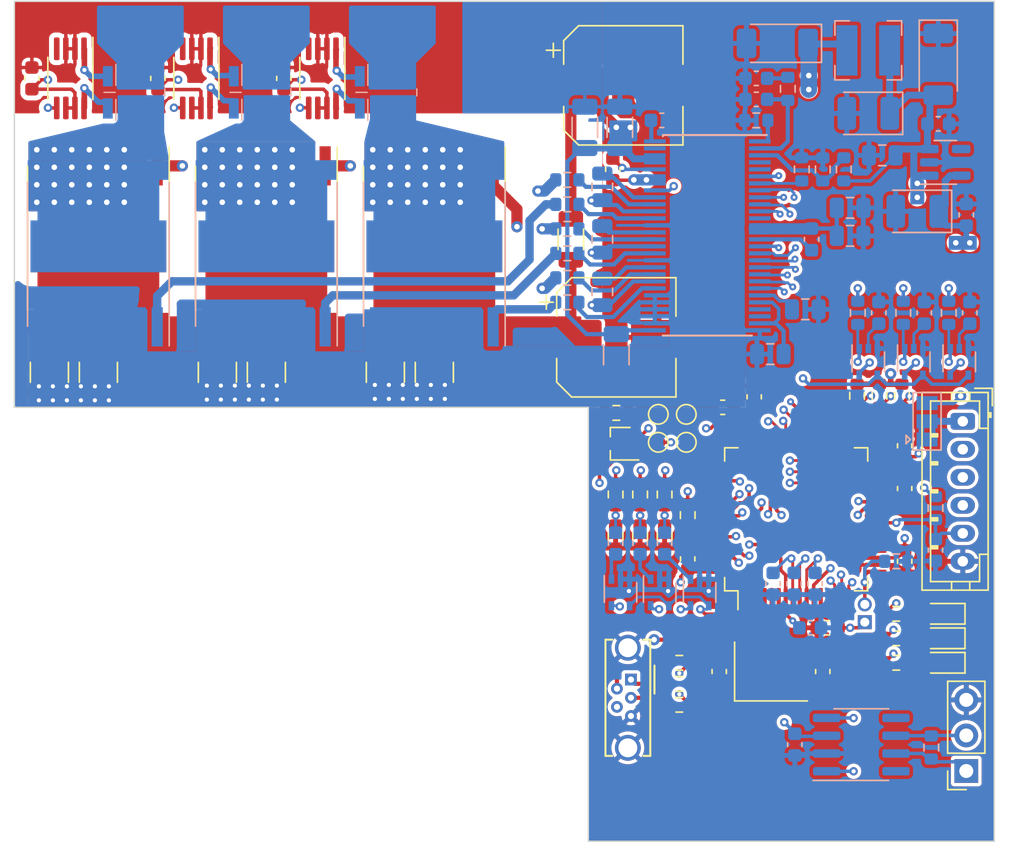
<source format=kicad_pcb>
(kicad_pcb (version 20221018) (generator pcbnew)
  (layers (0 "F.Cu" signal) (1 "In1.Cu" signal) (2 "In2.Cu" signal) (31 "B.Cu" signal) (34 "B.Paste" user) (35 "F.Paste" user) (36 "B.SilkS" user "B.Silkscreen") (37 "F.SilkS" user "F.Silkscreen") (38 "B.Mask" user) (39 "F.Mask" user) (44 "Edge.Cuts" user))
  (net 0 "")
  (net 1 "/VESC_Right/EN_BUCK")
  (net 2 "GND")
  (net 3 "/VESC_Right/MCU/TEMP_MOTOR")
  (net 4 "/VESC_Right/MCU/SERVO")
  (net 5 "/VESC_Right/3.3V")
  (net 6 "Net-(U1-PH0)")
  (net 7 "Net-(U1-PH1)")
  (net 8 "/VESC_Right/MCU/NRST")
  (net 9 "Net-(U1-VCAP_1)")
  (net 10 "Net-(U1-VCAP_2)")
  (net 11 "Net-(C15-Pad1)")
  (net 12 "/VESC_Right/DRV8301/SUPPLY")
  (net 13 "Net-(U3-DVDD)")
  (net 14 "Net-(U3-COMP)")
  (net 15 "/VESC_Right/DRV8301/SENS_A")
  (net 16 "Net-(U2-IO_XA)")
  (net 17 "Net-(U3-AVDD)")
  (net 18 "Net-(U3-CP1)")
  (net 19 "Net-(U3-CP2)")
  (net 20 "/VESC_Right/DRV8301/SENS_B")
  (net 21 "Net-(U4-IO_XA)")
  (net 22 "Net-(U3-SS_TR)")
  (net 23 "/VESC_Right/DRV8301/Supply_Filterted")
  (net 24 "/VESC_Right/DRV8301/SENS_C")
  (net 25 "Net-(U5-IO_XA)")
  (net 26 "Net-(D8-K)")
  (net 27 "Net-(U3-BST_BK)")
  (net 28 "/VESC_Right/SH_A")
  (net 29 "Net-(U3-BST_A)")
  (net 30 "/VESC_Right/DRV8301/SH_B")
  (net 31 "Net-(U3-BST_B)")
  (net 32 "/VESC_Right/DRV8301/SH_C")
  (net 33 "Net-(U3-BST_C)")
  (net 34 "/VESC_Right/5V")
  (net 35 "Net-(U8-IO_YA)")
  (net 36 "/VESC_Right/MCU/CURRENT_1")
  (net 37 "Net-(U9-IO_YA)")
  (net 38 "/VESC_Right/MCU/CURRENT_2")
  (net 39 "Net-(U11-IO_YA)")
  (net 40 "/VESC_Right/MCU/CURRENT_3")
  (net 41 "Net-(D5-A)")
  (net 42 "Net-(D6-A)")
  (net 43 "Net-(D7-A)")
  (net 44 "/VESC_Right/CAN_H")
  (net 45 "/VESC_Right/CAN_L")
  (net 46 "Net-(J2-Pin_1)")
  (net 47 "/VESC_Right/MCU/HALL_3")
  (net 48 "/VESC_Right/MCU/HALL_2")
  (net 49 "/VESC_Right/MCU/HALL_1")
  (net 50 "/VESC_Right/MCU/MISO_ADC_EXT2")
  (net 51 "/VESC_Right/MCU/TX_SCL_MOSI")
  (net 52 "/VESC_Right/MCU/RX_SDA_NSS")
  (net 53 "/VESC_Right/MCU/SCK_ADC_EXT")
  (net 54 "/VESC_Right/MCU/SWCLK")
  (net 55 "/VESC_Right/MCU/SWDIO")
  (net 56 "Net-(J6-VBUS)")
  (net 57 "Net-(J6-D-)")
  (net 58 "Net-(J6-D+)")
  (net 60 "/VESC_Right/Power/PH_A")
  (net 61 "/VESC_Right/Power/PH_B")
  (net 62 "/VESC_Right/Power/PH_C")
  (net 63 "/VESC_Right/DRV8301/SENS_SUPPLY")
  (net 64 "Net-(Q1-D)")
  (net 65 "Net-(Q2-G)")
  (net 66 "Net-(Q3-G)")
  (net 67 "Net-(Q5-G)")
  (net 68 "Net-(Q6-G)")
  (net 69 "Net-(Q7-G)")
  (net 70 "/VESC_Right/MCU/USB_D_P")
  (net 71 "/VESC_Right/MCU/USB_D_N")
  (net 72 "/VESC_Right/MCU/LED_GREEN")
  (net 73 "/VESC_Right/MCU/LED_RED")
  (net 74 "Net-(U3-VSENSE)")
  (net 75 "Net-(U3-RT_CLK)")
  (net 76 "Net-(U3-DTC)")
  (net 77 "/VESC_Right/MCU/ADC_TEMP")
  (net 78 "/VESC_Right/DRV8301/GH_A")
  (net 79 "/VESC_Right/DRV8301/GL_A")
  (net 80 "/VESC_Right/Power/C_A")
  (net 81 "/VESC_Right/DRV8301/GH_B")
  (net 82 "/VESC_Right/DRV8301/GL_B")
  (net 83 "/VESC_Right/Power/C_B")
  (net 84 "/VESC_Right/Power/C_C")
  (net 85 "/VESC_Right/DRV8301/GH_C")
  (net 86 "/VESC_Right/DRV8301/GL_C")
  (net 87 "/VESC_Right/DRV8301/SENS_FILTERED")
  (net 94 "/VESC_Right/DRV8301/INL_A")
  (net 95 "/VESC_Right/DRV8301/INL_B")
  (net 96 "/VESC_Right/DRV8301/INL_C")
  (net 97 "/VESC_Right/DRV8301/CS")
  (net 98 "/VESC_Right/DRV8301/INH_A")
  (net 99 "/VESC_Right/DRV8301/INH_B")
  (net 100 "/VESC_Right/DRV8301/INH_C")
  (net 102 "/VESC_Right/DRV8301/SCLK")
  (net 105 "/VESC_Right/MCU/CURR_FILTER_ON")
  (net 106 "/VESC_Right/DRV8301/SDO")
  (net 107 "/VESC_Right/DRV8301/SDI")
  (net 108 "/VESC_Right/DRV8301/EN_GATE")
  (net 109 "/VESC_Right/DRV8301/FAULT")
  (net 110 "/VESC_Right/CAN/RX")
  (net 111 "/VESC_Right/CAN/TX")
  (net 118 "Net-(U7-IN-)")
  (net 120 "Net-(U7-IN+)")
  (net 121 "Net-(U10-IN-)")
  (net 123 "Net-(U10-IN+)")
  (net 124 "Net-(U12-IN-)")
  (net 126 "Net-(U12-IN+)")
  (net 129 "/VESC_Right/MCU/ADC_15")
  (footprint "Capacitor_SMD:CP_Elec_8x6.2" (layer "F.Cu") (at 194 50)
    (fp_text reference "C56" hide)
    (fp_text value "22u")
  )
  (footprint "Package_SO:MSOP-8_3x3mm_P0.65mm" (layer "F.Cu") (at 155 31.5 -90)
    (fp_text reference "U7" hide)
    (fp_text value "AD8418")
  )
  (footprint "Connector_PinHeader_1.27mm:PinHeader_1x02_P1.27mm_Vertical" (layer "F.Cu") (at 211.75 70.35 180)
    (fp_text reference "TH1" hide)
    (fp_text value "NTC" hide)
  )
  (footprint "TestPoint:TestPoint_Pad_D1.0mm" (layer "F.Cu") (at 197 55.5)
    (fp_text reference "TP2" hide)
    (fp_text value "SWDIO")
  )
  (footprint "Resistor_SMD:R_0603_1608Metric" (layer "F.Cu") (at 211.2 54.175 -90)
    (fp_text reference "R8" hide)
    (fp_text value "2.2k")
  )
  (footprint "Resistor_SMD:R_0603_1608Metric" (layer "F.Cu") (at 193.95 64.225 90)
    (fp_text reference "R27" hide)
    (fp_text value "2.2k")
  )
  (footprint "TestPoint:TestPoint_Pad_D1.0mm" (layer "F.Cu") (at 197 57.5)
    (fp_text reference "TP3" hide)
    (fp_text value "NRST")
  )
  (footprint "Capacitor_SMD:C_1210_3225Metric" (layer "F.Cu") (at 169 52.5 -90)
    (fp_text reference "C49" hide)
    (fp_text value "4.7u")
  )
  (footprint "Resistor_SMD:R_0603_1608Metric" (layer "F.Cu") (at 194 55.4)
    (fp_text reference "R28" hide)
    (fp_text value "39K")
  )
  (footprint "Resistor_SMD:R_0603_1608Metric" (layer "F.Cu") (at 198.5 74.75)
    (fp_text reference "R10" hide)
    (fp_text value "0")
  )
  (footprint "Package_TO_SOT_SMD:Infineon_PG-HSOF-8-1" (layer "F.Cu") (at 181 43 -90)
    (fp_text reference "Q6" hide)
    (fp_text value "HYG015N10NS1TA")
  )
  (footprint "Package_SO:MSOP-8_3x3mm_P0.65mm" (layer "F.Cu") (at 173 31.5 -90)
    (fp_text reference "U12" hide)
    (fp_text value "AD8418")
  )
  (footprint "Capacitor_SMD:C_0603_1608Metric" (layer "F.Cu") (at 214.6 60.8 -90)
    (fp_text reference "C13" hide)
    (fp_text value "1u")
  )
  (footprint "Resistor_SMD:R_0603_1608Metric" (layer "F.Cu") (at 198.5 73.25)
    (fp_text reference "R13" hide)
    (fp_text value "22")
  )
  (footprint "Resistor_SMD:R_0603_1608Metric" (layer "F.Cu") (at 212.8 54.175 -90)
    (fp_text reference "R7" hide)
    (fp_text value "2.2k")
  )
  (footprint "Connector_PinSocket_2.54mm:PinSocket_1x03_P2.54mm_Vertical" (layer "F.Cu") (at 219 80.98 180)
    (fp_text reference "J1" hide)
    (fp_text value "Main")
  )
  (footprint "Capacitor_SMD:C_1210_3225Metric" (layer "F.Cu") (at 157 52.5 -90)
    (fp_text reference "C54" hide)
    (fp_text value "4.7u")
  )
  (footprint "LED_SMD:LED_0603_1608Metric_Pad1.05x0.95mm_HandSolder" (layer "F.Cu") (at 217.25 73.25 180)
    (fp_text reference "D5" hide)
    (fp_text value "GRN")
  )
  (footprint "Capacitor_SMD:C_0603_1608Metric" (layer "F.Cu") (at 214.6 66 -90)
    (fp_text reference "C6" hide)
    (fp_text value "100n")
  )
  (footprint "Resistor_SMD:R_0603_1608Metric" (layer "F.Cu") (at 197.45 61.225 -90)
    (fp_text reference "R20" hide)
    (fp_text value "39k")
  )
  (footprint "Resistor_SMD:R_0603_1608Metric" (layer "F.Cu") (at 214 71.5 180)
    (fp_text reference "R15" hide)
    (fp_text value "220")
  )
  (footprint "Capacitor_SMD:C_0603_1608Metric" (layer "F.Cu") (at 199.1 65.825 90)
    (fp_text reference "C7" hide)
    (fp_text value "100n")
  )
  (footprint "Resistor_SMD:R_0603_1608Metric" (layer "F.Cu") (at 214 73.25 180)
    (fp_text reference "R14" hide)
    (fp_text value "220")
  )
  (footprint "Capacitor_SMD:C_0603_1608Metric" (layer "F.Cu") (at 170.25 31.5 -90)
    (fp_text reference "C51" hide)
    (fp_text value "2.2u")
  )
  (footprint "Connector_JST:JST_PH_B6B-PH-K_1x06_P2.00mm_Vertical" (layer "F.Cu") (at 218.75 56 -90)
    (fp_text reference "J2" hide)
    (fp_text value "HALL_ENC")
  )
  (footprint "Capacitor_SMD:C_0603_1608Metric" (layer "F.Cu") (at 193.75 38 90)
    (fp_text reference "C27" hide)
    (fp_text value "100n")
  )
  (footprint "Resistor_SMD:R_0603_1608Metric" (layer "F.Cu") (at 195.7 64.225 90)
    (fp_text reference "R25" hide)
    (fp_text value "2.2k")
  )
  (footprint "Resistor_SMD:R_0603_1608Metric" (layer "F.Cu") (at 198.5 76.25)
    (fp_text reference "R12" hide)
    (fp_text value "22")
  )
  (footprint "Resistor_SMD:R_0603_1608Metric" (layer "F.Cu") (at 214.4 54.175 -90)
    (fp_text reference "R6" hide)
    (fp_text value "2.2k")
  )
  (footprint "Capacitor_SMD:C_1210_3225Metric" (layer "F.Cu") (at 153.5 52.5 -90)
    (fp_text reference "C55" hide)
    (fp_text value "4.7u")
  )
  (footprint "Capacitor_SMD:C_0603_1608Metric" (layer "F.Cu") (at 214.6 57.75 90)
    (fp_text reference "C9" hide)
    (fp_text value "100n")
  )
  (footprint "Capacitor_SMD:CP_Elec_8x6.2" (layer "F.Cu") (at 194.5 32)
    (fp_text reference "C58" hide)
    (fp_text value "22u")
  )
  (footprint "Resistor_SMD:R_0603_1608Metric" (layer "F.Cu") (at 199.1 62.7 -90)
    (fp_text reference "R29" hide)
    (fp_text value "2.2k")
  )
  (footprint "Resistor_SMD:R_0603_1608Metric" (layer "F.Cu") (at 197.45 64.225 90)
    (fp_text reference "R21" hide)
    (fp_text value "2.2k")
  )
  (footprint "LED_SMD:LED_0603_1608Metric_Pad1.05x0.95mm_HandSolder" (layer "F.Cu") (at 217.25 71.5 180)
    (fp_text reference "D6" hide)
    (fp_text value "RED")
  )
  (footprint "Capacitor_SMD:C_1210_3225Metric" (layer "F.Cu") (at 177.5 52.5 -90)
    (fp_text reference "C42" hide)
    (fp_text value "4.7u")
  )
  (footprint "Capacitor_SMD:C_0603_1608Metric" (layer "F.Cu") (at 201.35 73.875 90)
    (fp_text reference "C10" hide)
    (fp_text value "15p")
  )
  (footprint "Capacitor_SMD:C_0603_1608Metric" (layer "F.Cu") (at 161.25 31.5 -90)
    (fp_text reference "C44" hide)
    (fp_text value "2.2u")
  )
  (footprint "Crystal:Crystal_SMD_EuroQuartz_MT-4Pin_3.2x2.5mm_HandSoldering" (layer "F.Cu") (at 205.05 73.875)
    (fp_text reference "Y1" hide)
    (fp_text value "8M")
  )
  (footprint "Resistor_SMD:R_0603_1608Metric" (layer "F.Cu") (at 195.7 61.225 -90)
    (fp_text reference "R24" hide)
    (fp_text value "39k")
  )
  (footprint "Connector_USB:USB_Micro-B_Wuerth_614105150721_Vertical_CircularHoles" (layer "F.Cu") (at 195.045 74.45 -90)
    (fp_text reference "J6" hide)
    (fp_text value "USB")
  )
  (footprint "Capacitor_SMD:C_1210_3225Metric" (layer "F.Cu") (at 165.5 52.5 -90)
    (fp_text reference "C50" hide)
    (fp_text value "4.7u")
  )
  (footprint "Package_QFP:LQFP-64_10x10mm_P0.5mm" (layer "F.Cu") (at 206.85 63 90)
    (fp_text reference "U1" hide)
    (fp_text value "STM32F405RGTx")
  )
  (footprint "Capacitor_SMD:C_0603_1608Metric" (layer "F.Cu") (at 201.6 55 180)
    (fp_text reference "C8" hide)
    (fp_text value "100n")
  )
  (footprint "Capacitor_SMD:C_0603_1608Metric" (layer "F.Cu") (at 152.25 31.5 -90)
    (fp_text reference "C38" hide)
    (fp_text value "2.2u")
  )
  (footprint "Package_TO_SOT_SMD:SOT-323_SC-70" (layer "F.Cu") (at 194.3 57.6 180)
    (fp_text reference "Q1" hide)
    (fp_text value "DMN62D0UW")
  )
  (footprint "Resistor_SMD:R_0603_1608Metric" (layer "F.Cu") (at 193.95 61.225 -90)
    (fp_text reference "R26" hide)
    (fp_text value "39k")
  )
  (footprint "Resistor_SMD:R_0603_1608Metric" (layer "F.Cu") (at 214 69.75 180)
    (fp_text reference "R16" hide)
    (fp_text value "1k")
  )
  (footprint "Capacitor_SMD:C_0603_1608Metric" (layer "F.Cu") (at 209.1 70.75 180)
    (fp_text reference "C5" hide)
    (fp_text value "100n")
  )
  (footprint "Resistor_SMD:R_1206_3216Metric" (layer "F.Cu") (at 190.75 43 -90)
    (fp_text reference "FB1" hide)
    (fp_text value "FerriteBead")
  )
  (footprint "LED_SMD:LED_0603_1608Metric_Pad1.05x0.95mm_HandSolder" (layer "F.Cu") (at 217.25 69.75 180)
    (fp_text reference "D7" hide)
    (fp_text value "BLU")
  )
  (footprint "TestPoint:TestPoint_Pad_D1.0mm" (layer "F.Cu") (at 199 57.5)
    (fp_text reference "TP1" hide)
    (fp_text value "SWCLK")
  )
  (footprint "Package_SO:MSOP-8_3x3mm_P0.65mm" (layer "F.Cu") (at 164 31.5 -90)
    (fp_text reference "U10" hide)
    (fp_text value "AD8418")
  )
  (footprint "Package_TO_SOT_SMD:Infineon_PG-HSOF-8-1" (layer "F.Cu") (at 157 43 -90)
    (fp_text reference "Q2" hide)
    (fp_text value "HYG015N10NS1TA")
  )
  (footprint "Package_TO_SOT_SMD:Infineon_PG-HSOF-8-1" (layer "F.Cu") (at 169 43 -90)
    (fp_text reference "Q4" hide)
    (fp_text value "HYG015N10NS1TA")
  )
  (footprint "Capacitor_SMD:C_1210_3225Metric" (layer "F.Cu") (at 181 52.5 -90)
    (fp_text reference "C41" hide)
    (fp_text value "4.7u")
  )
  (footprint "Capacitor_SMD:C_0603_1608Metric" (layer "F.Cu") (at 203.85 54.25 90)
    (fp_text reference "C14" hide)
    (fp_text value "1u")
  )
  (footprint "Capacitor_SMD:C_0603_1608Metric" (layer "F.Cu") (at 208.75 73.875 -90)
    (fp_text reference "C11" hide)
    (fp_text value "15p")
  )
  (footprint "TestPoint:TestPoint_Pad_D1.0mm" (layer "F.Cu") (at 199 55.5)
    (fp_text reference "TP4" hide)
    (fp_text value "GND")
  )
  (footprint "Capacitor_SMD:C_0603_1608Metric" (layer "B.Cu") (at 206.75 79.095 -90)
    (fp_text reference "C57" hide)
    (fp_text value "100n")
  )
  (footprint "Resistor_SMD:R_0603_1608Metric" (layer "B.Cu") (at 190.5 42.25 180)
    (fp_text reference "R36" hide)
    (fp_text value "4.7")
  )
  (footprint "Resistor_SMD:R_0603_1608Metric" (layer "B.Cu") (at 216.8 62.2 90)
    (fp_text reference "R11" hide)
    (fp_text value "10k")
  )
  (footprint "Package_TO_SOT_SMD:SOT-23-5" (layer "B.Cu") (at 217.5 37.5)
    (fp_text reference "U6" hide)
    (fp_text value "TLV73333PDBV")
  )
  (footprint "TUWR_Sensors:BVN_1216" (layer "B.Cu") (at 178 32.5)
    (fp_text reference "R39" hide)
    (fp_text value "0.5m")
  )
  (footprint "Resistor_SMD:R_0603_1608Metric" (layer "B.Cu") (at 216.5 79.3 90)
    (fp_text reference "R43" hide)
    (fp_text value "120")
  )
  (footprint "Resistor_SMD:R_0603_1608Metric" (layer "B.Cu") (at 217.75 48.25 90)
    (fp_text reference "R34" hide)
    (fp_text value "1k")
  )
  (footprint "Capacitor_Tantalum_SMD:CP_EIA-3528-21_Kemet-B" (layer "B.Cu") (at 212 34 180)
    (fp_text reference "C34" hide)
    (fp_text value "100u")
  )
  (footprint "Resistor_SMD:R_0603_1608Metric" (layer "B.Cu") (at 190.5 44 180)
    (fp_text reference "R37" hide)
    (fp_text value "4.7")
  )
  (footprint "Capacitor_SMD:C_0603_1608Metric" (layer "B.Cu") (at 208.2 67.6 90)
    (fp_text reference "C53" hide)
    (fp_text value "1n")
  )
  (footprint "Resistor_SMD:R_0603_1608Metric" (layer "B.Cu") (at 214 66 180)
    (fp_text reference "R30" hide)
    (fp_text value "10k")
  )
  (footprint "Capacitor_SMD:C_0603_1608Metric" (layer "B.Cu") (at 205.2 67.6 90)
    (fp_text reference "C40" hide)
    (fp_text value "1n")
  )
  (footprint "Diode_SMD:D_SOD-128" (layer "B.Cu") (at 217 30.5 -90)
    (fp_text reference "D9" hide)
    (fp_text value "5V")
  )
  (footprint "Diode_SMD:D_SOD-128" (layer "B.Cu") (at 205.5 29 180)
    (fp_text reference "D8" hide)
    (fp_text value "D_Schottky")
  )
  (footprint "TUWR_Sensors:BVN_1216" (layer "B.Cu") (at 169 32.5)
    (fp_text reference "R35" hide)
    (fp_text value "0.5m")
  )
  (footprint "Capacitor_SMD:C_0805_2012Metric" (layer "B.Cu") (at 210.7 40.75)
    (fp_text reference "C17" hide)
    (fp_text value "2.2u")
  )
  (footprint "Capacitor_SMD:C_0603_1608Metric" (layer "B.Cu") (at 197.25 34.5 180)
    (fp_text reference "C24" hide)
    (fp_text value "15n")
  )
  (footprint "Capacitor_SMD:C_1206_3216Metric" (layer "B.Cu") (at 194 51.25 -90)
    (fp_text reference "C25" hide)
    (fp_text value "4.7u")
  )
  (footprint "Capacitor_SMD:C_0805_2012Metric" (layer "B.Cu") (at 210.7 42.75)
    (fp_text reference "C16" hide)
    (fp_text value "2.2u")
  )
  (footprint "Capacitor_SMD:C_0603_1608Metric" (layer "B.Cu") (at 204 33 180)
    (fp_text reference "C19" hide)
    (fp_text value "120p")
  )
  (footprint "Inductor_SMD:L_Bourns-SRN4018" (layer "B.Cu") (at 212 29.5)
    (fp_text reference "L1" hide)
    (fp_text value "22u")
  )
  (footprint "Package_TO_SOT_SMD:SOT-353_SC-70-5" (layer "B.Cu") (at 218.5 51.75 -90)
    (fp_text reference "U8" hide)
    (fp_text value "Mc74VHC1GT66")
  )
  (footprint "TUWR_Sensors:BVN_1216" (layer "B.Cu") (at 160 32.5)
    (fp_text reference "R31" hide)
    (fp_text value "0.5m")
  )
  (footprint "Package_TO_SOT_SMD:Infineon_PG-HSOF-8-1" (layer "B.Cu") (at 181 44 90)
    (fp_text reference "Q7" hide)
    (fp_text value "HYG015N10NS1TA")
  )
  (footprint "Package_TO_SOT_SMD:Infineon_PG-HSOF-8-1" (layer "B.Cu") (at 169 44 90)
    (fp_text reference "Q5" hide)
    (fp_text value "HYG015N10NS1TA")
  )
  (footprint "Resistor_SMD:R_0603_1608Metric" (layer "B.Cu") (at 210.25 38 -90)
    (fp_text reference "R18" hide)
    (fp_text value "18k")
  )
  (footprint "Capacitor_SMD:C_0603_1608Metric" (layer "B.Cu") (at 212.75 48.25 -90)
    (fp_text reference "C52" hide)
    (fp_text value "15n")
  )
  (footprint "Capacitor_SMD:C_0603_1608Metric" (layer "B.Cu") (at 204 31.5 180)
    (fp_text reference "C15" hide)
    (fp_text value "6n8")
  )
  (footprint "Package_SO:HTSSOP-56-1EP_6.1x14mm_P0.5mm_EP3.61x6.35mm" (layer "B.Cu") (at 200.5 42.75 180)
    (fp_text reference "U3" hide)
    (fp_text value "DRV8301DCAR")
  )
  (footprint "Resistor_SMD:R_0603_1608Metric" (layer "B.Cu") (at 190.5 47.5 180)
    (fp_text reference "R42" hide)
    (fp_text value "4.7")
  )
  (footprint "Capacitor_SMD:C_1206_3216Metric" (layer "B.Cu") (at 194.25 35 90)
    (fp_text reference "C32" hide)
    (fp_text value "4.7u")
  )
  (footprint "Capacitor_SMD:C_0805_2012Metric" (layer "B.Cu") (at 193 46.75 90)
    (fp_text reference "C30" hide)
    (fp_text value "220n")
  )
  (footprint "Capacitor_SMD:C_0603_1608Metric" (layer "B.Cu") (at 216.8 65.2 -90)
    (fp_text reference "C3" hide)
    (fp_text value "100n")
  )
  (footprint "Resistor_SMD:R_0603_1608Metric" (layer "B.Cu") (at 190.5 38.75 180)
    (fp_text reference "R32" hide)
    (fp_text value "4.7")
  )
  (footprint "Resistor_SMD:R_0603_1608Metric" (layer "B.Cu") (at 207.25 38 90)
    (fp_text reference "R23" hide)
    (fp_text value "10k")
  )
  (footprint "Capacitor_SMD:C_0603_1608Metric" (layer "B.Cu") (at 193.95 64.725 -90)
    (fp_text reference "C26" hide)
    (fp_text value "100n")
  )
  (footprint "Capacitor_SMD:C_0603_1608Metric" (layer "B.Cu") (at 207.95 43 -90)
    (fp_text reference "C22" hide)
    (fp_text value "22n")
  )
  (footprint "Resistor_SMD:R_0603_1608Metric" (layer "B.Cu") (at 190.5 40.5 180)
    (fp_text reference "R33" hide)
    (fp_text value "4.7")
  )
  (footprint "Capacitor_SMD:C_0603_1608Metric" (layer "B.Cu") (at 217 34.75)
    (fp_text reference "C35" hide)
    (fp_text value "2.2u")
  )
  (footprint "Capacitor_SMD:C_0603_1608Metric" (layer "B.Cu") (at 207.85 70.75)
    (fp_text reference "C12" hide)
    (fp_text value "100n")
  )
  (footprint "Resistor_SMD:R_0603_1608Metric" (layer "B.Cu") (at 206.25 32.25 -90)
    (fp_text reference "R19" hide)
    (fp_text value "15k")
  )
  (footprint "Package_TO_SOT_SMD:SOT-353_SC-70-5" (layer "B.Cu") (at 194.3 68.225 -90)
    (fp_text reference "U5" hide)
    (fp_text value "Mc74VHC1GT66")
  )
  (footprint "Jumper:SolderJumper-3_P1.3mm_Bridged2Bar12_Pad1.0x1.5mm" (layer "B.Cu") (at 216.2 56 90)
    (fp_text reference "SW1" hide)
    (fp_text value "SENS_VOLTAGE")
  )
  (footprint "Capacitor_SMD:C_0603_1608Metric" (layer "B.Cu") (at 219.25 48.25 -90)
    (fp_text reference "C39" hide)
    (fp_text value "15n")
  )
  (footprint "Resistor_SMD:R_0603_1608Metric" (layer "B.Cu") (at 190.5 45.75 180)
    (fp_text reference "R41" hide)
    (fp_text value "4.7")
  )
  (footprint "Capacitor_SMD:C_0805_2012Metric" (layer "B.Cu") (at 213 37 180)
    (fp_text reference "C33" hide)
    (fp_text value "2.2u")
  )
  (footprint "Capacitor_Tantalum_SMD:CP_EIA-3528-21_Kemet-B" (layer "B.Cu") (at 215.5 41 180)
    (fp_text reference "C37" hide)
    (fp_text value "100u")
  )
  (footprint "Capacitor_SMD:C_0805_2012Metric" (layer "B.Cu") (at 205 51.2 180)
    (fp_text reference "C21" hide)
    (fp_text value "2.2u")
  )
  (footprint "Capacitor_SMD:C_0603_1608Metric" (layer "B.Cu") (at 206.7 67.6 90)
    (fp_text reference "C48" hide)
    (fp_text value "1n")
  )
  (footprint "Resistor_SMD:R_0603_1608Metric" (layer "B.Cu") (at 211.25 48.25 90)
    (fp_text reference "R40" hide)
    (fp_text value "1k")
  )
  (footprint "Capacitor_SMD:C_0805_2012Metric" (layer "B.Cu") (at 193 39.25 90)
    (fp_text reference "C28" hide)
    (fp_text value "220n")
  )
  (footprint "Package_TO_SOT_SMD:SOT-353_SC-70-5" (layer "B.Cu") (at 215.25 51.75 -90)
    (fp_text reference "U9" hide)
    (fp_text value "Mc74VHC1GT66")
  )
  (footprint "Resistor_SMD:R_0603_1608Metric" (layer "B.Cu") (at 214.5 48.25 90)
    (fp_text reference "R38" hide)
    (fp_text value "1k")
  )
  (footprint "Capacitor_SMD:C_0603_1608Metric" (layer "B.Cu") (at 197.45 64.725 -90)
    (fp_text reference "C20" hide)
    (fp_text value "100n")
  )
  (footprint "Capacitor_SMD:C_0805_2012Metric" (layer "B.Cu") (at 207.5 48)
    (fp_text reference "C18" hide)
    (fp_text value "2.2u")
  )
  (footprint "Package_TO_SOT_SMD:SOT-353_SC-70-5" (layer "B.Cu") (at 197.1 68.225 -90)
    (fp_text reference "U4" hide)
    (fp_text value "Mc74VHC1GT66")
  )
  (footprint "Capacitor_SMD:C_0603_1608Metric" (layer "B.Cu") (at 216 48.25 -90)
    (fp_text reference "C46" hide)
    (fp_text value "15n")
  )
  (footprint "Capacitor_SMD:C_0603_1608Metric" (layer "B.Cu") (at 219 41.25 90)
    (fp_text reference "C36" hide)
    (fp_text value "2.2u")
  )
  (footprint "Resistor_SMD:R_0603_1608Metric" (layer "B.Cu") (at 208.75 38 -90)
    (fp_text reference "R17" hide)
    (fp_text value "3.3k")
  )
  (footprint "Package_SO:SOIC-8_3.9x4.9mm_P1.27mm" (layer "B.Cu") (at 211.5 79.095)
    (fp_text reference "U14" hide)
    (fp_text value "SN65HVD232")
  )
  (footprint "Package_TO_SOT_SMD:SOT-353_SC-70-5" (layer "B.Cu") (at 199.95 68.225 -90)
    (fp_text reference "U2" hide)
    (fp_text value "Mc74VHC1GT66")
  )
  (footprint "Capacitor_SMD:C_1206_3216Metric" (layer "B.Cu") (at 191.75 35 90)
    (fp_text reference "C31" hide)
    (fp_text value "4.7u")
  )
  (footprint "Capacitor_SMD:C_0603_1608Metric" (layer "B.Cu") (at 195.7 64.725 -90)
    (fp_text reference "C23" hide)
    (fp_text value "100n")
  )
  (footprint "Package_TO_SOT_SMD:Infineon_PG-HSOF-8-1" (layer "B.Cu") (at 157 44 90)
    (fp_text reference "Q3" hide)
    (fp_text value "HYG015N10NS1TA")
  )
  (footprint "Package_TO_SOT_SMD:SOT-353_SC-70-5" (layer "B.Cu") (at 212 51.75 -90)
    (fp_text reference "U11" hide)
    (fp_text value "Mc74VHC1GT66")
  )
  (footprint "Capacitor_SMD:C_0805_2012Metric" (layer "B.Cu") (at 193 43 90)
    (fp_text reference "C29" hide)
    (fp_text value "220n")
  )
  (footprint "Resistor_SMD:R_0603_1608Metric" (layer "B.Cu") (at 204 34.5)
    (fp_text reference "R22" hide)
    (fp_text value "220k")
  )
  (gr_line (start 151 26) (end 221 26) (stroke (width 0.1)) (layer "Edge.Cuts"))
  (gr_line (start 192 86) (end 221 86) (stroke (width 0.1)) (layer "Edge.Cuts"))
  (gr_line (start 151 55) (end 192 55) (stroke (width 0.1)) (layer "Edge.Cuts"))
  (gr_line (start 221 86) (end 221 26) (stroke (width 0.1)) (layer "Edge.Cuts"))
  (gr_line (start 192 55) (end 192 86) (stroke (width 0.1)) (layer "Edge.Cuts"))
  (gr_line (start 151 55) (end 151 26) (stroke (width 0.1)) (layer "Edge.Cuts"))
  (segment (start 214.075 66.25) (end 214.6 66.775) (width 0.25) (layer "F.Cu") (net 2))
  (segment (start 201.175 66.25) (end 200.3 66.25) (width 0.25) (layer "F.Cu") (net 2))
  (segment (start 200.3 66.25) (end 199.1 65.05) (width 0.25) (layer "F.Cu") (net 2))
  (segment (start 212.525 66.25) (end 214.075 66.25) (width 0.25) (layer "F.Cu") (net 2))
  (segment (start 208.6 70.475) (end 208.325 70.75) (width 0.25) (layer "F.Cu") (net 2))
  (segment (start 208.6 68.675) (end 208.6 70.475) (width 0.25) (layer "F.Cu") (net 2))
  (via (at 177.75 54.4) (size 0.6) (drill 0.3) (layers "F.Cu" "B.Cu") (net 2))
  (via (at 178.75 53.4) (size 0.6) (drill 0.3) (layers "F.Cu" "B.Cu") (net 2))
  (via (at 178.75 54.4) (size 0.6) (drill 0.3) (layers "F.Cu" "B.Cu") (net 2))
  (via (at 154.75 53.5) (size 0.6) (drill 0.3) (layers "F.Cu" "B.Cu") (net 2))
  (via (at 179.75 53.4) (size 0.6) (drill 0.3) (layers "F.Cu" "B.Cu") (net 2))
  (via (at 154.75 54.5) (size 0.6) (drill 0.3) (layers "F.Cu" "B.Cu") (net 2))
  (via (at 166.75 54.45) (size 0.6) (drill 0.3) (layers "F.Cu" "B.Cu") (net 2))
  (via (at 200.6 68.125) (size 0.6) (drill 0.3) (layers "F.Cu" "B.Cu") (net 2))
  (via (at 180.75 54.4) (size 0.6) (drill 0.3) (layers "F.Cu" "B.Cu") (net 2))
  (via (at 156.75 53.5) (size 0.6) (drill 0.3) (layers "F.Cu" "B.Cu") (net 2))
  (via (at 152.75 54.5) (size 0.6) (drill 0.3) (layers "F.Cu" "B.Cu") (net 2))
  (via (at 194.9 68.125) (size 0.6) (drill 0.3) (layers "F.Cu" "B.Cu") (net 2))
  (via (at 176.75 53.4) (size 0.6) (drill 0.3) (layers "F.Cu" "B.Cu") (net 2))
  (via (at 153.75 54.5) (size 0.6) (drill 0.3) (layers "F.Cu" "B.Cu") (net 2))
  (via (at 181.75 54.4) (size 0.6) (drill 0.3) (layers "F.Cu" "B.Cu") (net 2))
  (via (at 177.75 53.4) (size 0.6) (drill 0.3) (layers "F.Cu" "B.Cu") (net 2))
  (via (at 176.75 54.4) (size 0.6) (drill 0.3) (layers "F.Cu" "B.Cu") (net 2))
  (via (at 169.75 53.45) (size 0.6) (drill 0.3) (layers "F.Cu" "B.Cu") (net 2))
  (via (at 181.75 53.4) (size 0.6) (drill 0.3) (layers "F.Cu" "B.Cu") (net 2))
  (via (at 167.75 54.45) (size 0.6) (drill 0.3) (layers "F.Cu" "B.Cu") (net 2))
  (via (at 156.75 54.5) (size 0.6) (drill 0.3) (layers "F.Cu" "B.Cu") (net 2))
  (via (at 164.75 54.45) (size 0.6) (drill 0.3) (layers "F.Cu" "B.Cu") (net 2))
  (via (at 197.7 68.125) (size 0.6) (drill 0.3) (layers "F.Cu" "B.Cu") (net 2))
  (via (at 168.75 54.45) (size 0.6) (drill 0.3) (layers "F.Cu" "B.Cu") (net 2))
  (via (at 157.75 53.5) (size 0.6) (drill 0.3) (layers "F.Cu" "B.Cu") (net 2))
  (via (at 155.75 54.5) (size 0.6) (drill 0.3) (layers "F.Cu" "B.Cu") (net 2))
  (via (at 164.75 53.45) (size 0.6) (drill 0.3) (layers "F.Cu" "B.Cu") (net 2))
  (via (at 157.75 54.5) (size 0.6) (drill 0.3) (layers "F.Cu" "B.Cu") (net 2))
  (via (at 179.75 54.4) (size 0.6) (drill 0.3) (layers "F.Cu" "B.Cu") (net 2))
  (via (at 169.75 54.45) (size 0.6) (drill 0.3) (layers "F.Cu" "B.Cu") (net 2))
  (via (at 152.75 53.5) (size 0.6) (drill 0.3) (layers "F.Cu" "B.Cu") (net 2))
  (via (at 165.75 53.45) (size 0.6) (drill 0.3) (layers "F.Cu" "B.Cu") (net 2))
  (via (at 180.75 53.4) (size 0.6) (drill 0.3) (layers "F.Cu" "B.Cu") (net 2))
  (via (at 167.75 53.45) (size 0.6) (drill 0.3) (layers "F.Cu" "B.Cu") (net 2))
  (via (at 155.75 53.5) (size 0.6) (drill 0.3) (layers "F.Cu" "B.Cu") (net 2))
  (via (at 153.75 53.5) (size 0.6) (drill 0.3) (layers "F.Cu" "B.Cu") (net 2))
  (via (at 168.75 53.45) (size 0.6) (drill 0.3) (layers "F.Cu" "B.Cu") (net 2))
  (via (at 165.75 54.45) (size 0.6) (drill 0.3) (layers "F.Cu" "B.Cu") (net 2))
  (via (at 166.75 53.45) (size 0.6) (drill 0.3) (layers "F.Cu" "B.Cu") (net 2))
  (segment (start 196.75 48.5) (end 198.25 48.5) (width 0.3) (layer "B.Cu") (net 2))
  (segment (start 206.75 79.87) (end 206.89 79.73) (width 0.25) (layer "B.Cu") (net 2))
  (segment (start 198.25 48) (end 196.75 48) (width 0.3) (layer "B.Cu") (net 2))
  (segment (start 196.75 47) (end 197.669976 47) (width 0.3) (layer "B.Cu") (net 2))
  (segment (start 196.75 47.5) (end 198.25 47.5) (width 0.3) (layer "B.Cu") (net 2))
  (segment (start 198.75 44.5) (end 200.5 42.75) (width 0.3) (layer "B.Cu") (net 2))
  (segment (start 196.75 49) (end 198.25 49) (width 0.3) (layer "B.Cu") (net 2))
  (segment (start 200.5 44.169976) (end 200.5 42.75) (width 0.3) (layer "B.Cu") (net 2))
  (segment (start 196.75 44.5) (end 198.75 44.5) (width 0.3) (layer "B.Cu") (net 2))
  (segment (start 204.25 49.5) (end 202.75 49.5) (width 0.3) (layer "B.Cu") (net 2))
  (segment (start 197.669976 47) (end 200.5 44.169976) (width 0.3) (layer "B.Cu") (net 2))
  (segment (start 206.89 79.73) (end 209.025 79.73) (width 0.25) (layer "B.Cu") (net 2))
  (segment (start 199.75 42) (end 200.5 42.75) (width 0.3) (layer "B.Cu") (net 2))
  (segment (start 196.75 42) (end 199.75 42) (width 0.3) (layer "B.Cu") (net 2))
  (segment (start 214 63.25) (end 212.525 63.25) (width 0.25) (layer "F.Cu") (net 3))
  (via (at 214 63.25) (size 0.6) (drill 0.3) (layers "F.Cu" "B.Cu") (net 3))
  (segment (start 217.225 64) (end 216.8 64.425) (width 0.25) (layer "B.Cu") (net 3))
  (segment (start 216.8 63.025) (end 214.225 63.025) (width 0.25) (layer "B.Cu") (net 3))
  (segment (start 218.75 64) (end 217.225 64) (width 0.25) (layer "B.Cu") (net 3))
  (segment (start 214.225 63.025) (end 214 63.25) (width 0.25) (layer "B.Cu") (net 3))
  (segment (start 216.8 64.425) (end 216.8 63.025) (width 0.25) (layer "B.Cu") (net 3))
  (segment (start 163.675 33.6125) (end 164.325 33.6125) (width 0.25) (layer "F.Cu") (net 5))
  (segment (start 213.875 59.25) (end 214.6 58.525) (width 0.25) (layer "F.Cu") (net 5))
  (segment (start 213.925 69) (end 213.175 69.75) (width 0.25) (layer "F.Cu") (net 5))
  (segment (start 170.9 31.6) (end 171.5 31.6) (width 0.25) (layer "F.Cu") (net 5))
  (segment (start 152.25 32.275) (end 152.925 31.6) (width 0.25) (layer "F.Cu") (net 5))
  (segment (start 203.1 67.5) (end 203.1 68.675) (width 0.25) (layer "F.Cu") (net 5))
  (segment (start 201.175 66.75) (end 202.35 66.75) (width 0.25) (layer "F.Cu") (net 5))
  (segment (start 202.375 55) (end 202.25 55) (width 0.25) (layer "F.Cu") (net 5))
  (segment (start 211.35 70.75) (end 211.75 70.35) (width 0.25) (layer "F.Cu") (net 5))
  (segment (start 212.525 65.75) (end 214.075 65.75) (width 0.25) (layer "F.Cu") (net 5))
  (segment (start 161.275 32.3) (end 164.2 32.3) (width 0.25) (layer "F.Cu") (net 5))
  (segment (start 155.325 33.6125) (end 155.325 32.525) (width 0.25) (layer "F.Cu") (net 5))
  (segment (start 202.25 55) (end 200.75 56.5) (width 0.25) (layer "F.Cu") (net 5))
  (segment (start 198.6 67.1) (end 198.6 67.5) (width 0.25) (layer "F.Cu") (net 5))
  (segment (start 154.675 33.6125) (end 155.325 33.6125) (width 0.25) (layer "F.Cu") (net 5))
  (segment (start 209.534314 69.95) (end 209.534314 70.409314) (width 0.25) (layer "F.Cu") (net 5))
  (segment (start 203.1 55.725) (end 202.375 55) (width 0.25) (layer "F.Cu") (net 5))
  (segment (start 210.7 70.75) (end 211.35 70.75) (width 0.25) (layer "F.Cu") (net 5))
  (segment (start 209.1 68.675) (end 209.1 69.515686) (width 0.25) (layer "F.Cu") (net 5))
  (segment (start 173.325 33.6125) (end 172.675 33.6125) (width 0.25) (layer "F.Cu") (net 5))
  (segment (start 152.925 31.6) (end 153.4 31.6) (width 0.25) (layer "F.Cu") (net 5))
  (segment (start 199.1 66.6) (end 198.6 67.1) (width 0.25) (layer "F.Cu") (net 5))
  (segment (start 164.2 32.3) (end 164.325 32.425) (width 0.25) (layer "F.Cu") (net 5))
  (segment (start 201.175 66.75) (end 199.25 66.75) (width 0.25) (layer "F.Cu") (net 5))
  (segment (start 162.7 31.6) (end 161.925 31.6) (width 0.25) (layer "F.Cu") (net 5))
  (segment (start 214.6 64.35) (end 214.6 65.225) (width 0.25) (layer "F.Cu") (net 5))
  (segment (start 214 69) (end 213.925 69) (width 0.25) (layer "F.Cu") (net 5))
  (segment (start 200.75 56.5) (end 200.41983 56.5) (width 0.25) (layer "F.Cu") (net 5))
  (segment (start 202.35 66.75) (end 203.1 67.5) (width 0.25) (layer "F.Cu") (net 5))
  (segment (start 170.7 31.8) (end 170.9 31.6) (width 0.25) (layer "F.Cu") (net 5))
  (segment (start 170.25 32.25) (end 170.7 31.8) (width 0.25) (layer "F.Cu") (net 5))
  (segment (start 173.075 32.275) (end 170.25 32.275) (width 0.25) (layer "F.Cu") (net 5))
  (segment (start 209.534314 70.409314) (end 209.875 70.75) (width 0.25) (layer "F.Cu") (net 5))
  (segment (start 215.6 58.3) (end 215.375 58.525) (width 0.25) (layer "F.Cu") (net 5))
  (segment (start 155.075 32.275) (end 152.25 32.275) (width 0.25) (layer "F.Cu") (net 5))
  (segment (start 214.075 65.75) (end 214.6 65.225) (width 0.25) (layer "F.Cu") (net 5))
  (segment (start 170.25 32.275) (end 170.25 32.25) (width 0.25) (layer "F.Cu") (net 5))
  (segment (start 209.1 69.515686) (end 209.534314 69.95) (width 0.25) (layer "F.Cu") (net 5))
  (segment (start 209.875 70.75) (end 210.7 70.75) (width 0.25) (layer "F.Cu") (net 5))
  (segment (start 212.525 59.25) (end 213.875 59.25) (width 0.25) (layer "F.Cu") (net 5))
  (segment (start 164.325 32.425) (end 164.325 33.6125) (width 0.25) (layer "F.Cu") (net 5))
  (segment (start 155.325 32.525) (end 155.075 32.275) (width 0.25) (layer "F.Cu") (net 5))
  (segment (start 161.925 31.6) (end 161.25 32.275) (width 0.25) (layer "F.Cu") (net 5))
  (segment (start 173.325 32.525) (end 173.075 32.275) (width 0.25) (layer "F.Cu") (net 5))
  (segment (start 203.1 57.325) (end 203.1 55.725) (width 0.25) (layer "F.Cu") (net 5))
  (segment (start 215.375 58.525) (end 214.6 58.525) (width 0.25) (layer "F.Cu") (net 5))
  (segment (start 161.25 32.275) (end 161.275 32.3) (width 0.25) (layer "F.Cu") (net 5))
  (segment (start 173.325 33.6125) (end 173.325 32.525) (width 0.25) (layer "F.Cu") (net 5))
  (via (at 219.25 43.25) (size 0.8) (drill 0.4) (layers "F.Cu" "B.Cu") (net 5))
  (via (at 214 69) (size 0.6) (drill 0.3) (layers "F.Cu" "B.Cu") (net 5))
  (via (at 198.1 39.2) (size 0.6) (drill 0.3) (layers "F.Cu" "B.Cu") (net 5))
  (via (at 218.6 51.8) (size 0.6) (drill 0.3) (layers "F.Cu" "B.Cu") (net 5))
  (via (at 171.5 31.6) (size 0.6) (drill 0.3) (layers "F.Cu" "B.Cu") (net 5))
  (via (at 200.41983 56.5) (size 0.6) (drill 0.3) (layers "F.Cu" "B.Cu") (net 5))
  (via (at 194.2505 69.225) (size 0.6) (drill 0.3) (layers "F.Cu" "B.Cu") (net 5))
  (via (at 206 77.5) (size 0.6) (drill 0.3) (layers "F.Cu" "B.Cu") (net 5))
  (via (at 216 60.75) (size 0.6) (drill 0.3) (layers "F.Cu" "B.Cu") (net 5))
  (via (at 197.0505 69.417883) (size 0.6) (drill 0.3) (layers "F.Cu" "B.Cu") (net 5))
  (via (at 218.25 43.25) (size 0.8) (drill 0.4) (layers "F.Cu" "B.Cu") (net 5))
  (via (at 212.1 51.8) (size 0.6) (drill 0.3) (layers "F.Cu" "B.Cu") (net 5))
  (via (at 198.6 69.425) (size 0.6) (drill 0.3) (layers "F.Cu" "B.Cu") (net 5))
  (via (at 162.7 31.6) (size 0.6) (drill 0.3) (layers "F.Cu" "B.Cu") (net 5))
  (via (at 215.4 51.8) (size 0.6) (drill 0.3) (layers "F.Cu" "B.Cu") (net 5))
  (via (at 210.7 70.75) (size 0.6) (drill 0.3) (layers "F.Cu" "B.Cu") (net 5))
  (via (at 153.4 31.6) (size 0.6) (drill 0.3) (layers "F.Cu" "B.Cu") (net 5))
  (via (at 214.6 64.35) (size 0.6) (drill 0.3) (layers "F.Cu" "B.Cu") (net 5))
  (via (at 198.6 67.5) (size 0.6) (drill 0.3) (layers "F.Cu" "B.Cu") (net 5))
  (via (at 215.6 58.3) (size 0.6) (drill 0.3) (layers "F.Cu" "B.Cu") (net 5))
  (segment (start 196.75 39.5) (end 197.8 39.5) (width 0.25) (layer "B.Cu") (net 5))
  (segment (start 217.525 42.025) (end 217.5 42) (width 0.4) (layer "B.Cu") (net 5))
  (segment (start 219 43) (end 219.25 43.25) (width 0.4) (layer "B.Cu") (net 5))
  (segment (start 217.85 38.45) (end 217.5 38.8) (width 0.5) (layer "B.Cu") (net 5))
  (segment (start 215.6 57.6) (end 215.9 57.6) (width 0.25) (layer "B.Cu") (net 5))
  (segment (start 218.6375 38.45) (end 217.85 38.45) (width 0.5) (layer "B.Cu") (net 5))
  (segment (start 217.5 40.5375) (end 217.0375 41) (width 0.5) (layer "B.Cu") (net 5))
  (segment (start 214.6 52.6) (end 215.4 51.8) (width 0.25) (layer "B.Cu") (net 5))
  (segment (start 217.85 52.7) (end 217.85 52.55) (width 0.25) (layer "B.Cu") (net 5))
  (segment (start 219 42.025) (end 217.525 42.025) (width 0.4) (layer "B.Cu") (net 5))
  (segment (start 217.5 41.4625) (end 217.0375 41) (width 0.4) (layer "B.Cu") (net 5))
  (segment (start 197.8 39.5) (end 198.1 39.2) (width 0.25) (layer "B.Cu") (net 5))
  (segment (start 206.75 78.32) (end 206.93 78.5) (width 0.25) (layer "B.Cu") (net 5))
  (segment (start 193.65 69.175) (end 194.2005 69.175) (width 0.2) (layer "B.Cu") (net 5))
  (segment (start 199.05 69.425) (end 198.6 69.425) (width 0.2) (layer "B.Cu") (net 5))
  (segment (start 214.6 52.7) (end 214.6 52.6) (width 0.25) (layer "B.Cu") (net 5))
  (segment (start 197.0505 69.417883) (end 196.692883 69.417883) (width 0.2) (layer "B.Cu") (net 5))
  (segment (start 208.985 78.5) (end 209.025 78.46) (width 0.25) (layer "B.Cu") (net 5))
  (segment (start 196.692883 69.417883) (end 196.45 69.175) (width 0.2) (layer "B.Cu") (net 5))
  (segment (start 206.75 78.32) (end 206.75 78.25) (width 0.25) (layer "B.Cu") (net 5))
  (segment (start 217.85 52.55) (end 218.6 51.8) (width 0.25) (layer "B.Cu") (net 5))
  (segment (start 216.625 61.375) (end 216 60.75) (width 0.25) (layer "B.Cu") (net 5))
  (segment (start 217.5 42) (end 217.5 41.4625) (width 0.4) (layer "B.Cu") (net 5))
  (segment (start 211.35 52.7) (end 211.35 52.55) (width 0.25) (layer "B.Cu") (net 5))
  (segment (start 194.2005 69.175) (end 194.2505 69.225) (width 0.2) (layer "B.Cu") (net 5))
  (segment (start 211.35 52.55) (end 212.1 51.8) (width 0.25) (layer "B.Cu") (net 5))
  (segment (start 216.8 61.375) (end 216.625 61.375) (width 0.25) (layer "B.Cu") (net 5))
  (segment (start 217.5 38.8) (end 217.5 40.5375) (width 0.5) (layer "B.Cu") (net 5))
  (segment (start 199.3 69.175) (end 199.05 69.425) (width 0.2) (layer "B.Cu") (net 5))
  (segment (start 215.6 58.3) (end 215.6 57.6) (width 0.25) (layer "B.Cu") (net 5))
  (segment (start 206.93 78.5) (end 208.985 78.5) (width 0.25) (layer "B.Cu") (net 5))
  (segment (start 219 42.025) (end 219 43) (width 0.4) (layer "B.Cu") (net 5))
  (segment (start 206.75 78.25) (end 206 77.5) (width 0.25) (layer "B.Cu") (net 5))
  (segment (start 215.9 57.6) (end 216.2 57.3) (width 0.25) (layer "B.Cu") (net 5))
  (segment (start 201.35 74.65) (end 203.25 74.65) (width 0.2) (layer "F.Cu") (net 6))
  (segment (start 203.25 74.65) (end 203.625 75.025) (width 0.2) (layer "F.Cu") (net 6))
  (segment (start 205.1 73.55) (end 205.1 68.675) (width 0.16) (layer "F.Cu") (net 6))
  (segment (start 205.1 73.55) (end 203.625 75.025) (width 0.2) (layer "F.Cu") (net 6))
  (segment (start 206.475 72.725) (end 208.375 72.725) (width 0.2) (layer "F.Cu") (net 7))
  (segment (start 205.6 68.675) (end 205.6 72.3) (width 0.16) (layer "F.Cu") (net 7))
  (segment (start 208.375 72.725) (end 208.75 73.1) (width 0.2) (layer "F.Cu") (net 7))
  (segment (start 205.6 72.375) (end 206.125 72.375) (width 0.2) (layer "F.Cu") (net 7))
  (segment (start 206.125 72.375) (end 206.475 72.725) (width 0.2) (layer "F.Cu") (net 7))
  (segment (start 206.1 66.983884) (end 206.1 68.675) (width 0.25) (layer "F.Cu") (net 8))
  (segment (start 205.75 65.8) (end 205.75 66.633884) (width 0.25) (layer "F.Cu") (net 8))
  (segment (start 206.1 69.75) (end 206.6 70.25) (width 0.25) (layer "F.Cu") (net 8))
  (segment (start 206.1 68.675) (end 206.1 69.75) (width 0.25) (layer "F.Cu") (net 8))
  (segment (start 205.75 66.633884) (end 206.1 66.983884) (width 0.25) (layer "F.Cu") (net 8))
  (segment (start 197 57.5) (end 197.9 57.5) (width 0.25) (layer "F.Cu") (net 8))
  (segment (start 204.75 64.8) (end 205.75 65.8) (width 0.25) (layer "F.Cu") (net 8))
  (segment (start 203.5 64.8) (end 204.75 64.8) (width 0.25) (layer "F.Cu") (net 8))
  (via (at 203.5 64.8) (size 0.6) (drill 0.3) (layers "F.Cu" "B.Cu") (net 8))
  (via (at 197.9 57.5) (size 0.6) (drill 0.3) (layers "F.Cu" "B.Cu") (net 8))
  (via (at 206.6 70.25) (size 0.5) (drill 0.2) (layers "F.Cu" "B.Cu") (net 8))
  (segment (start 207.075 70.75) (end 207.075 70.725) (width 0.25) (layer "B.Cu") (net 8))
  (segment (start 207.075 70.725) (end 206.6 70.25) (width 0.25) (layer "B.Cu") (net 8))
  (segment (start 212.525 59.75) (end 214.325 59.75) (width 0.25) (layer "F.Cu") (net 9))
  (segment (start 214.325 59.75) (end 214.6 60.025) (width 0.25) (layer "F.Cu") (net 9))
  (segment (start 203.85 55.025) (end 203.6 55.275) (width 0.25) (layer "F.Cu") (net 10))
  (segment (start 203.6 55.275) (end 203.6 57.325) (width 0.25) (layer "F.Cu") (net 10))
  (segment (start 206.175 31.5) (end 206.25 31.425) (width 0.3) (layer "B.Cu") (net 11))
  (segment (start 204.775 31.5) (end 206.175 31.5) (width 0.3) (layer "B.Cu") (net 11))
  (segment (start 190.75 49.8) (end 190.95 50) (width 0.8) (layer "F.Cu") (net 12))
  (segment (start 190.75 44.4625) (end 190.75 49.8) (width 0.8) (layer "F.Cu") (net 12))
  (segment (start 190.95 50) (end 191.8 50) (width 0.25) (layer "F.Cu") (net 12))
  (segment (start 193.175 51.375) (end 193.175 55.4) (width 0.25) (layer "F.Cu") (net 12))
  (segment (start 191.8 50) (end 193.175 51.375) (width 0.25) (layer "F.Cu") (net 12))
  (segment (start 204.25 47) (end 205.271641 47) (width 0.25) (layer "B.Cu") (net 13))
  (segment (start 205.671641 47.4) (end 206.35 47.4) (width 0.25) (layer "B.Cu") (net 13))
  (segment (start 205.271641 47) (end 205.671641 47.4) (width 0.25) (layer "B.Cu") (net 13))
  (segment (start 206.2 48) (end 206.55 48) (width 0.25) (layer "B.Cu") (net 13))
  (segment (start 206.35 47.4) (end 206.5 47.55) (width 0.25) (layer "B.Cu") (net 13))
  (segment (start 206.25 36) (end 206.25 33.075) (width 0.3) (layer "B.Cu") (net 14))
  (segment (start 206.175 33) (end 206.25 33.075) (width 0.3) (layer "B.Cu") (net 14))
  (segment (start 204.25 36.5) (end 205.75 36.5) (width 0.3) (layer "B.Cu") (net 14))
  (segment (start 204.775 33) (end 206.175 33) (width 0.3) (layer "B.Cu") (net 14))
  (segment (start 205.75 36.5) (end 206.25 36) (width 0.3) (layer "B.Cu") (net 14))
  (segment (start 197.45 63.4) (end 197.45 62.725) (width 0.2) (layer "F.Cu") (net 15))
  (segment (start 209.6 67.68011) (end 209.6 68.675) (width 0.2) (layer "F.Cu") (net 15))
  (segment (start 209.301887 67.381997) (end 209.6 67.68011) (width 0.2) (layer "F.Cu") (net 15))
  (segment (start 197.45 62.05) (end 197.45 62.725) (width 0.2) (layer "F.Cu") (net 15))
  (via (at 197.45 62.725) (size 0.6) (drill 0.3) (layers "F.Cu" "B.Cu") (net 15))
  (via (at 209.301887 67.381997) (size 0.6) (drill 0.3) (layers "F.Cu" "B.Cu") (net 15))
  (segment (start 197.45 62.725) (end 197.45 63.95) (width 0.2) (layer "B.Cu") (net 15))
  (segment (start 199.275 67.275) (end 197.5 65.5) (width 0.25) (layer "B.Cu") (net 16))
  (segment (start 199.3 67.275) (end 199.275 67.275) (width 0.25) (layer "B.Cu") (net 16))
  (segment (start 197.5 65.5) (end 197.45 65.5) (width 0.25) (layer "B.Cu") (net 16))
  (segment (start 205.95 49.55) (end 205.95 51.2) (width 0.3) (layer "B.Cu") (net 17))
  (segment (start 205.6 48.68462) (end 205.28462 49) (width 0.25) (layer "B.Cu") (net 17))
  (segment (start 205.28462 49) (end 204.25 49) (width 0.25) (layer "B.Cu") (net 17))
  (segment (start 205.6 47.964755) (end 205.6 48.68462) (width 0.25) (layer "B.Cu") (net 17))
  (segment (start 204.25 47.5) (end 205.135245 47.5) (width 0.25) (layer "B.Cu") (net 17))
  (segment (start 205.135245 47.5) (end 205.6 47.964755) (width 0.25) (layer "B.Cu") (net 17))
  (segment (start 204.25 49) (end 205.4 49) (width 0.3) (layer "B.Cu") (net 17))
  (segment (start 205.4 49) (end 205.95 49.55) (width 0.3) (layer "B.Cu") (net 17))
  (segment (start 207.95 42.225) (end 209.725 42.225) (width 0.3) (layer "B.Cu") (net 18))
  (segment (start 209.725 42.225) (end 209.75 42.25) (width 0.3) (layer "B.Cu") (net 18))
  (segment (start 209.75 40.75) (end 209.75 42.75) (width 0.3) (layer "B.Cu") (net 18))
  (segment (start 207.925 42.25) (end 207.95 42.225) (width 0.8) (layer "B.Cu") (net 18))
  (segment (start 209.75 42.25) (end 209.75 42.75) (width 0.3) (layer "B.Cu") (net 18))
  (segment (start 203.85 42.25) (end 207.925 42.25) (width 0.8) (layer "B.Cu") (net 18))
  (segment (start 204.25 43) (end 207.175 43) (width 0.3) (layer "B.Cu") (net 19))
  (segment (start 207.175 43) (end 207.95 43.775) (width 0.3) (layer "B.Cu") (net 19))
  (segment (start 195.7 62.05) (end 195.7 62.725) (width 0.2) (layer "F.Cu") (net 20))
  (segment (start 195.7 63.4) (end 195.7 62.725) (width 0.2) (layer "F.Cu") (net 20))
  (segment (start 210.05 66.95) (end 210.1 67) (width 0.2) (layer "F.Cu") (net 20))
  (segment (start 210.1 67) (end 210.1 68.675) (width 0.2) (layer "F.Cu") (net 20))
  (via (at 195.7 62.725) (size 0.6) (drill 0.3) (layers "F.Cu" "B.Cu") (net 20))
  (via (at 210.05 66.95) (size 0.6) (drill 0.3) (layers "F.Cu" "B.Cu") (net 20))
  (segment (start 195.7 62.725) (end 195.7 63.95) (width 0.2) (layer "B.Cu") (net 20))
  (segment (start 195.7 65.5) (end 195.7 66.525) (width 0.25) (layer "B.Cu") (net 21))
  (segment (start 195.7 66.525) (end 196.45 67.275) (width 0.25) (layer "B.Cu") (net 21))
  (segment (start 196.5 36) (end 196.5 34.5) (width 0.3) (layer "B.Cu") (net 22))
  (segment (start 190.75 41.5375) (end 190.75 32.7) (width 0.8) (layer "F.Cu") (net 23))
  (segment (start 194 35) (end 193 34) (width 0.8) (layer "F.Cu") (net 23))
  (segment (start 195 35) (end 194 35) (width 0.8) (layer "F.Cu") (net 23))
  (segment (start 193 34) (end 193 32) (width 0.8) (layer "F.Cu") (net 23))
  (segment (start 190.75 32.7) (end 191.45 32) (width 0.8) (layer "F.Cu") (net 23))
  (via (at 195 35) (size 0.8) (drill 0.4) (layers "F.Cu" "B.Cu") (net 23))
  (via (at 194 35) (size 0.8) (drill 0.4) (layers "F.Cu" "B.Cu") (net 23))
  (segment (start 195.25 37.25) (end 197.25 37.25) (width 0.5) (layer "B.Cu") (net 23))
  (segment (start 190.5 48.4) (end 191.875 49.775) (width 0.3) (layer "B.Cu") (net 23))
  (segment (start 196.75 49.5) (end 194.275 49.5) (width 0.3) (layer "B.Cu") (net 23))
  (segment (start 194.25 36.475) (end 194.475 36.475) (width 0.5) (layer "B.Cu") (net 23))
  (segment (start 190.5 37.4625) (end 190.5 48.4) (width 0.3) (layer "B.Cu") (net 23))
  (segment (start 194.275 49.5) (end 194 49.775) (width 0.3) (layer "B.Cu") (net 23))
  (segment (start 194.25 36.475) (end 191.75 36.475) (width 0.5) (layer "B.Cu") (net 23))
  (segment (start 194.475 36.475) (end 195.25 37.25) (width 0.5) (layer "B.Cu") (net 23))
  (segment (start 191.875 49.775) (end 194 49.775) (width 0.3) (layer "B.Cu") (net 23))
  (segment (start 191.75 36.475) (end 191.4875 36.475) (width 0.3) (layer "B.Cu") (net 23))
  (segment (start 191.4875 36.475) (end 190.5 37.4625) (width 0.3) (layer "B.Cu") (net 23))
  (segment (start 210.6 67.75) (end 210.6 68.675) (width 0.2) (layer "F.Cu") (net 24))
  (segment (start 193.95 62.05) (end 193.95 62.725) (width 0.2) (layer "F.Cu") (net 24))
  (segment (start 193.95 63.4) (end 193.95 62.725) (width 0.2) (layer "F.Cu") (net 24))
  (segment (start 210.85 67.5) (end 210.6 67.75) (width 0.2) (layer "F.Cu") (net 24))
  (via (at 193.95 62.725) (size 0.6) (drill 0.3) (layers "F.Cu" "B.Cu") (net 24))
  (via (at 210.85 67.5) (size 0.6) (drill 0.3) (layers "F.Cu" "B.Cu") (net 24))
  (segment (start 193.95 62.725) (end 193.95 63.95) (width 0.2) (layer "B.Cu") (net 24))
  (segment (start 193.65 65.8) (end 193.65 67.275) (width 0.25) (layer "B.Cu") (net 25))
  (segment (start 193.95 65.5) (end 193.65 65.8) (width 0.25) (layer "B.Cu") (net 25))
  (segment (start 195.225 38.775) (end 195.25 38.75) (width 0.25) (layer "F.Cu") (net 26))
  (segment (start 195.675 38.775) (end 195.7 38.8) (width 0.25) (layer "F.Cu") (net 26))
  (segment (start 193.75 38.775) (end 195.225 38.775) (width 0.25) (layer "F.Cu") (net 26))
  (via (at 195.25 38.75) (size 0.8) (drill 0.4) (layers "F.Cu" "B.Cu") (net 26))
  (via (at 207.75 31.3) (size 0.8) (drill 0.4) (layers "F.Cu" "B.Cu") (net 26))
  (via (at 207.75 32.3) (size 0.8) (drill 0.4) (layers "F.Cu" "B.Cu") (net 26))
  (via (at 196.15 38.75) (size 0.8) (drill 0.4) (layers "F.Cu" "B.Cu") (net 26))
  (segment (start 196.15 38.75) (end 195.25 38.75) (width 0.8) (layer "B.Cu") (net 26))
  (segment (start 207.75 29.05) (end 210.025 29.05) (width 0.5) (layer "B.Cu") (net 26))
  (segment (start 207.75 31.3) (end 207.75 29.05) (width 0.5) (layer "B.Cu") (net 26))
  (segment (start 196.15 38.75) (end 197.3 38.75) (width 0.5) (layer "B.Cu") (net 26))
  (segment (start 210.025 29.05) (end 210.475 29.5) (width 0.5) (layer "B.Cu") (net 26))
  (segment (start 207.75 32.3) (end 207.75 31.3) (width 0.5) (layer "B.Cu") (net 26))
  (segment (start 207.75 32.3) (end 207.75 29.05) (width 1.2) (layer "B.Cu") (net 26))
  (segment (start 207.75 29.05) (end 207.7 29) (width 1.2) (layer "B.Cu") (net 26))
  (segment (start 194.425 37.9) (end 193.75 37.225) (width 0.25) (layer "F.Cu") (net 27))
  (via (at 194.425 37.9) (size 0.6) (drill 0.3) (layers "F.Cu" "B.Cu") (net 27))
  (segment (start 194.425 37.9) (end 194.525 38) (width 0.25) (layer "B.Cu") (net 27))
  (segment (start 194.525 38) (end 196.75 38) (width 0.25) (layer "B.Cu") (net 27))
  (segment (start 197.45 60.4) (end 197.45 59.55) (width 0.25) (layer "F.Cu") (net 28))
  (segment (start 197.45 59.55) (end 197.5 59.5) (width 0.25) (layer "F.Cu") (net 28))
  (via (at 153.85 36.6) (size 0.8) (drill 0.4) (layers "F.Cu" "B.Cu") (net 28))
  (via (at 155.1 40.35) (size 0.8) (drill 0.4) (layers "F.Cu" "B.Cu") (net 28))
  (via (at 156.35 40.35) (size 0.8) (drill 0.4) (layers "F.Cu" "B.Cu") (net 28))
  (via (at 152.6 36.6) (size 0.8) (drill 0.4) (layers "F.Cu" "B.Cu") (net 28))
  (via (at 155.1 36.6) (size 0.8) (drill 0.4) (layers "F.Cu" "B.Cu") (net 28))
  (via (at 157.6 36.6) (size 0.8) (drill 0.4) (layers "F.Cu" "B.Cu") (net 28))
  (via (at 155.1 37.85) (size 0.8) (drill 0.4) (layers "F.Cu" "B.Cu") (net 28))
  (via (at 153.85 40.35) (size 0.8) (drill 0.4) (layers "F.Cu" "B.Cu") (net 28))
  (via (at 153.85 39.1) (size 0.8) (drill 0.4) (layers "F.Cu" "B.Cu") (net 28))
  (via (at 152.6 37.85) (size 0.8) (drill 0.4) (layers "F.Cu" "B.Cu") (net 28))
  (via (at 158.85 40.35) (size 0.8) (drill 0.4) (layers "F.Cu" "B.Cu") (net 28))
  (via (at 156.35 39.1) (size 0.8) (drill 0.4) (layers "F.Cu" "B.Cu") (net 28))
  (via (at 152.6 39.1) (size 0.8) (drill 0.4) (layers "F.Cu" "B.Cu") (net 28))
  (via (at 157.6 37.85) (size 0.8) (drill 0.4) (layers "F.Cu" "B.Cu") (net 28))
  (via (at 155.1 39.1) (size 0.8) (drill 0.4) (layers "F.Cu" "B.Cu") (net 28))
  (via (at 158.85 36.6) (size 0.8) (drill 0.4) (layers "F.Cu" "B.Cu") (net 28))
  (via (at 158.85 39.1) (size 0.8) (drill 0.4) (layers "F.Cu" "B.Cu") (net 28))
  (via (at 158.85 37.85) (size 0.8) (drill 0.4) (layers "F.Cu" "B.Cu") (net 28))
  (via (at 156.35 36.6) (size 0.8) (drill 0.4) (layers "F.Cu" "B.Cu") (net 28))
  (via (at 157.6 40.35) (size 0.8) (drill 0.4) (layers "F.Cu" "B.Cu") (net 28))
  (via (at 197.5 59.5) (size 0.6) (drill 0.3) (layers "F.Cu" "B.Cu") (net 28))
  (via (at 156.35 37.85) (size 0.8) (drill 0.4) (layers "F.Cu" "B.Cu") (net 28))
  (via (at 152.6 40.35) (size 0.8) (drill 0.4) (layers "F.Cu" "B.Cu") (net 28))
  (via (at 192.225 40.225) (size 0.6) (drill 0.3) (layers "F.Cu" "B.Cu") (net 28))
  (via (at 157.6 39.1) (size 0.8) (drill 0.4) (layers "F.Cu" "B.Cu") (net 28))
  (via (at 153.85 37.85) (size 0.8) (drill 0.4) (layers "F.Cu" "B.Cu") (net 28))
  (segment (start 194.053553 40.55) (end 194.503553 41) (width 0.3) (layer "B.Cu") (net 28))
  (segment (start 192.225 40.225) (end 192.975 40.225) (width 0.2) (layer "B.Cu") (net 28))
  (segment (start 193 40.2) (end 193.35 40.55) (width 0.3) (layer "B.Cu") (net 28))
  (segment (start 192.975 40.225) (end 193 40.2) (width 0.2) (layer "B.Cu") (net 28))
  (segment (start 194.503553 41) (end 196.75 41) (width 0.3) (layer "B.Cu") (net 28))
  (segment (start 193.35 40.55) (end 194.053553 40.55) (width 0.3) (layer "B.Cu") (net 28))
  (segment (start 193.507106 38.3) (end 195.207106 40) (width 0.3) (layer "B.Cu") (net 29))
  (segment (start 193 38.3) (end 193.507106 38.3) (width 0.3) (layer "B.Cu") (net 29))
  (segment (start 195.207106 40) (end 196.75 40) (width 0.3) (layer "B.Cu") (net 29))
  (segment (start 195.7 60.4) (end 195.7 59.55) (width 0.25) (layer "F.Cu") (net 30))
  (segment (start 195.7 59.55) (end 195.75 59.5) (width 0.25) (layer "F.Cu") (net 30))
  (via (at 164.6 39.1) (size 0.8) (drill 0.4) (layers "F.Cu" "B.Cu") (net 30))
  (via (at 165.85 36.6) (size 0.8) (drill 0.4) (layers "F.Cu" "B.Cu") (net 30))
  (via (at 164.6 37.85) (size 0.8) (drill 0.4) (layers "F.Cu" "B.Cu") (net 30))
  (via (at 165.85 37.85) (size 0.8) (drill 0.4) (layers "F.Cu" "B.Cu") (net 30))
  (via (at 168.35 40.35) (size 0.8) (drill 0.4) (layers "F.Cu" "B.Cu") (net 30))
  (via (at 192.25 43.95) (size 0.6) (drill 0.3) (layers "F.Cu" "B.Cu") (net 30))
  (via (at 168.35 37.85) (size 0.8) (drill 0.4) (layers "F.Cu" "B.Cu") (net 30))
  (via (at 165.85 40.35) (size 0.8) (drill 0.4) (layers "F.Cu" "B.Cu") (net 30))
  (via (at 167.1 39.1) (size 0.8) (drill 0.4) (layers "F.Cu" "B.Cu") (net 30))
  (via (at 169.6 36.6) (size 0.8) (drill 0.4) (layers "F.Cu" "B.Cu") (net 30))
  (via (at 164.6 40.35) (size 0.8) (drill 0.4) (layers "F.Cu" "B.Cu") (net 30))
  (via (at 169.6 40.35) (size 0.8) (drill 0.4) (layers "F.Cu" "B.Cu") (net 30))
  (via (at 169.6 39.1) (size 0.8) (drill 0.4) (layers "F.Cu" "B.Cu") (net 30))
  (via (at 167.1 36.6) (size 0.8) (drill 0.4) (layers "F.Cu" "B.Cu") (net 30))
  (via (at 165.85 39.1) (size 0.8) (drill 0.4) (layers "F.Cu" "B.Cu") (net 30))
  (via (at 168.35 36.6) (size 0.8) (drill 0.4) (layers "F.Cu" "B.Cu") (net 30))
  (via (at 195.75 59.5) (size 0.6) (drill 0.3) (layers "F.Cu" "B.Cu") (net 30))
  (via (at 169.6 37.85) (size 0.8) (drill 0.4) (layers "F.Cu" "B.Cu") (net 30))
  (via (at 170.85 36.6) (size 0.8) (drill 0.4) (layers "F.Cu" "B.Cu") (net 30))
  (via (at 167.1 40.35) (size 0.8) (drill 0.4) (layers "F.Cu" "B.Cu") (net 30))
  (via (at 170.85 40.35) (size 0.8) (drill 0.4) (layers "F.Cu" "B.Cu") (net 30))
  (via (at 168.35 39.1) (size 0.8) (drill 0.4) (layers "F.Cu" "B.Cu") (net 30))
  (via (at 170.85 37.85) (size 0.8) (drill 0.4) (layers "F.Cu" "B.Cu") (net 30))
  (via (at 170.85 39.1) (size 0.8) (drill 0.4) (layers "F.Cu" "B.Cu") (net 30))
  (via (at 164.6 36.6) (size 0.8) (drill 0.4) (layers "F.Cu" "B.Cu") (net 30))
  (via (at 167.1 37.85) (size 0.8) (drill 0.4) (layers "F.Cu" "B.Cu") (net 30))
  (segment (start 193.45 43.5) (end 196.75 43.5) (width 0.3) (layer "B.Cu") (net 30))
  (segment (start 193 43.95) (end 192.25 43.95) (width 0.2) (layer "B.Cu") (net 30))
  (segment (start 193 43.95) (end 193.45 43.5) (width 0.3) (layer "B.Cu") (net 30))
  (segment (start 196.75 42.5) (end 193.45 42.5) (width 0.3) (layer "B.Cu") (net 31))
  (segment (start 193.45 42.5) (end 193 42.05) (width 0.3) (layer "B.Cu") (net 31))
  (segment (start 175 37.75) (end 173.2 37.75) (width 0.8) (layer "F.Cu") (net 32))
  (segment (start 193.95 60.4) (end 193.95 59.55) (width 0.25) (layer "F.Cu") (net 32))
  (segment (start 193.95 59.55) (end 194 59.5) (width 0.25) (layer "F.Cu") (net 32))
  (via (at 182.85 40.35) (size 0.8) (drill 0.4) (layers "F.Cu" "B.Cu") (net 32))
  (via (at 179.1 40.35) (size 0.8) (drill 0.4) (layers "F.Cu" "B.Cu") (net 32))
  (via (at 181.6 36.6) (size 0.8) (drill 0.4) (layers "F.Cu" "B.Cu") (net 32))
  (via (at 180.35 36.6) (size 0.8) (drill 0.4) (layers "F.Cu" "B.Cu") (net 32))
  (via (at 177.85 40.35) (size 0.8) (drill 0.4) (layers "F.Cu" "B.Cu") (net 32))
  (via (at 180.35 40.35) (size 0.8) (drill 0.4) (layers "F.Cu" "B.Cu") (net 32))
  (via (at 180.35 37.85) (size 0.8) (drill 0.4) (layers "F.Cu" "B.Cu") (net 32))
  (via (at 179.1 39.1) (size 0.8) (drill 0.4) (layers "F.Cu" "B.Cu") (net 32))
  (via (at 181.6 37.85) (size 0.8) (drill 0.4) (layers "F.Cu" "B.Cu") (net 32))
  (via (at 182.85 36.6) (size 0.8) (drill 0.4) (layers "F.Cu" "B.Cu") (net 32))
  (via (at 177.85 39.1) (size 0.8) (drill 0.4) (layers "F.Cu" "B.Cu") (net 32))
  (via (at 182.85 39.1) (size 0.8) (drill 0.4) (layers "F.Cu" "B.Cu") (net 32))
  (via (at 192.25 47.7) (size 0.6) (drill 0.3) (layers "F.Cu" "B.Cu") (net 32))
  (via (at 177.85 37.85) (size 0.8) (drill 0.4) (layers "F.Cu" "B.Cu") (net 32))
  (via (at 176.6 40.35) (size 0.8) (drill 0.4) (layers "F.Cu" "B.Cu") (net 32))
  (via (at 180.35 39.1) (size 0.8) (drill 0.4) (layers "F.Cu" "B.Cu") (net 32))
  (via (at 175 37.75) (size 0.8) (drill 0.4) (layers "F.Cu" "B.Cu") (net 32))
  (via (at 176.6 39.1) (size 0.8) (drill 0.4) (layers "F.Cu" "B.Cu") (net 32))
  (via (at 176.6 36.6) (size 0.8) (drill 0.4) (layers "F.Cu" "B.Cu") (net 32))
  (via (at 181.6 39.1) (size 0.8) (drill 0.4) (layers "F.Cu" "B.Cu") (net 32))
  (via (at 182.85 37.85) (size 0.8) (drill 0.4) (layers "F.Cu" "B.Cu") (net 32))
  (via (at 179.1 36.6) (size 0.8) (drill 0.4) (layers "F.Cu" "B.Cu") (net 32))
  (via (at 177.85 36.6) (size 0.8) (drill 0.4) (layers "F.Cu" "B.Cu") (net 32))
  (via (at 194 59.5) (size 0.6) (drill 0.3) (layers "F.Cu" "B.Cu") (net 32))
  (via (at 188.7 42.25) (size 0.8) (drill 0.4) (layers "F.Cu" "B.Cu") (net 32))
  (via (at 181.6 40.35) (size 0.8) (drill 0.4) (layers "F.Cu" "B.Cu") (net 32))
  (via (at 179.1 37.85) (size 0.8) (drill 0.4) (layers "F.Cu" "B.Cu") (net 32))
  (via (at 176.6 37.85) (size 0.8) (drill 0.4) (layers "F.Cu" "B.Cu") (net 32))
  (segment (start 193.507106 47.7) (end 195.207106 46) (width 0.3) (layer "B.Cu") (net 32))
  (segment (start 195.207106 46) (end 196.75 46) (width 0.3) (layer "B.Cu") (net 32))
  (segment (start 193 47.7) (end 192.25 47.7) (width 0.2) (layer "B.Cu") (net 32))
  (segment (start 193 47.7) (end 193.507106 47.7) (width 0.3) (layer "B.Cu") (net 32))
  (segment (start 188.7 42.25) (end 189.675 42.25) (width 0.8) (layer "B.Cu") (net 32))
  (segment (start 194.707106 45) (end 196.75 45) (width 0.3) (layer "B.Cu") (net 33))
  (segment (start 193 45.8) (end 193.907106 45.8) (width 0.3) (layer "B.Cu") (net 33))
  (segment (start 193.907106 45.8) (end 194.707106 45) (width 0.3) (layer "B.Cu") (net 33))
  (segment (start 199.325 74.75) (end 200.075 74) (width 0.3) (layer "F.Cu") (net 34))
  (segment (start 192.8 59.816116) (end 194.366116 58.25) (width 0.25) (layer "F.Cu") (net 34))
  (segment (start 192.8 60.4) (end 192.8 59.816116) (width 0.25) (layer "F.Cu") (net 34))
  (segment (start 200.075 74) (end 200.075 72.741642) (width 0.3) (layer "F.Cu") (net 34))
  (segment (start 194.366116 58.25) (end 195.3 58.25) (width 0.25) (layer "F.Cu") (net 34))
  (segment (start 200.075 72.741642) (end 198.933358 71.6) (width 0.3) (layer "F.Cu") (net 34))
  (segment (start 198.933358 71.6) (end 196.7 71.6) (width 0.3) (layer "F.Cu") (net 34))
  (via (at 196.7 71.6) (size 0.8) (drill 0.4) (layers "F.Cu" "B.Cu") (net 34))
  (via (at 218.6 54.2) (size 0.8) (drill 0.4) (layers "F.Cu" "B.Cu") (net 34))
  (via (at 215.5 39) (size 0.8) (drill 0.4) (layers "F.Cu" "B.Cu") (net 34))
  (via (at 215.5 40) (size 0.8) (drill 0.4) (layers "F.Cu" "B.Cu") (net 34))
  (via (at 192.8 60.4) (size 0.6) (drill 0.3) (layers "F.Cu" "B.Cu") (net 34))
  (segment (start 212.125 38.825) (end 213.95 37) (width 0.25) (layer "B.Cu") (net 34))
  (segment (start 210.25 38.825) (end 212.125 38.825) (width 0.25) (layer "B.Cu") (net 34))
  (segment (start 216.4 34.575) (end 216.4 33.3) (width 0.5) (layer "B.Cu") (net 34))
  (segment (start 215.5 38.45) (end 215.5 39) (width 0.5) (layer "B.Cu") (net 34))
  (segment (start 216.3625 36.55) (end 214.4 36.55) (width 0.5) (layer "B.Cu") (net 34))
  (segment (start 216.2 54.7) (end 218.1 54.7) (width 0.3) (layer "B.Cu") (net 34))
  (segment (start 216.225 34.75) (end 216.4 34.575) (width 0.5) (layer "B.Cu") (net 34))
  (segment (start 215.25 38.75) (end 215.25 36.6) (width 0.5) (layer "B.Cu") (net 34))
  (segment (start 216.225 36.4125) (end 216.3625 36.55) (width 0.5) (layer "B.Cu") (net 34))
  (segment (start 217 32.7) (end 214.8375 32.7) (width 0.5) (layer "B.Cu") (net 34))
  (segment (start 216.225 34.75) (end 216.225 36.4125) (width 0.5) (layer "B.Cu") (net 34))
  (segment (start 215.5 39) (end 215.25 38.75) (width 0.5) (layer "B.Cu") (net 34))
  (segment (start 213.525 33.9875) (end 213.5375 34) (width 0.5) (layer "B.Cu") (net 34))
  (segment (start 215.3 36.55) (end 216.3625 36.55) (width 0.5) (layer "B.Cu") (net 34))
  (segment (start 213.525 29.5) (end 213.525 33.9875) (width 0.5) (layer "B.Cu") (net 34))
  (segment (start 214.4 36.55) (end 213.95 37) (width 0.5) (layer "B.Cu") (net 34))
  (segment (start 215.25 36.6) (end 215.3 36.55) (width 0.5) (layer "B.Cu") (net 34))
  (segment (start 214.8375 32.7) (end 213.5375 34) (width 0.5) (layer "B.Cu") (net 34))
  (segment (start 218.1 54.7) (end 218.6 54.2) (width 0.3) (layer "B.Cu") (net 34))
  (segment (start 216.3625 38.45) (end 215.5 38.45) (width 0.5) (layer "B.Cu") (net 34))
  (segment (start 216.4 33.3) (end 217 32.7) (width 0.5) (layer "B.Cu") (net 34))
  (segment (start 218.5 49.775) (end 218.5 50.8) (width 0.2) (layer "B.Cu") (net 35))
  (segment (start 219.25 49.025) (end 218.5 49.775) (width 0.2) (layer "B.Cu") (net 35))
  (segment (start 206.6 65.9) (end 206.6 68.675) (width 0.2) (layer "F.Cu") (net 36))
  (segment (start 206.5 65.8) (end 206.6 65.9) (width 0.2) (layer "F.Cu") (net 36))
  (via (at 206.5 65.8) (size 0.6) (drill 0.3) (layers "F.Cu" "B.Cu") (net 36))
  (via (at 217.75 51.75) (size 0.6) (drill 0.3) (layers "F.Cu" "B.Cu") (net 36))
  (segment (start 206.5 65.8) (end 206.2 65.8) (width 0.2) (layer "B.Cu") (net 36))
  (segment (start 217.75 50.7) (end 217.85 50.8) (width 0.2) (layer "B.Cu") (net 36))
  (segment (start 217.75 49.075) (end 217.75 50.7) (width 0.2) (layer "B.Cu") (net 36))
  (segment (start 217.85 50.8) (end 217.85 51.65) (width 0.25) (layer "B.Cu") (net 36))
  (segment (start 206.2 65.8) (end 205.2 66.8) (width 0.2) (layer "B.Cu") (net 36))
  (segment (start 205.2 66.8) (end 205.2 66.825) (width 0.2) (layer "B.Cu") (net 36))
  (segment (start 217.85 51.65) (end 217.75 51.75) (width 0.25) (layer "B.Cu") (net 36))
  (segment (start 215.25 49.775) (end 215.25 50.8) (width 0.2) (layer "B.Cu") (net 37))
  (segment (start 216 49.025) (end 215.25 49.775) (width 0.2) (layer "B.Cu") (net 37))
  (segment (start 207.1 66.2) (end 207.1 68.675) (width 0.2) (layer "F.Cu") (net 38))
  (segment (start 207.5 65.8) (end 207.1 66.2) (width 0.2) (layer "F.Cu") (net 38))
  (via (at 214.5 51.75) (size 0.6) (drill 0.3) (layers "F.Cu" "B.Cu") (net 38))
  (via (at 207.5 65.8) (size 0.6) (drill 0.3) (layers "F.Cu" "B.Cu") (net 38))
  (segment (start 214.5 50.7) (end 214.6 50.8) (width 0.2) (layer "B.Cu") (net 38))
  (segment (start 214.6 50.8) (end 214.6 51.65) (width 0.25) (layer "B.Cu") (net 38))
  (segment (start 206.7 66.6) (end 206.7 66.825) (width 0.2) (layer "B.Cu") (net 38))
  (segment (start 214.5 49.075) (end 214.5 50.7) (width 0.2) (layer "B.Cu") (net 38))
  (segment (start 207.5 65.8) (end 206.7 66.6) (width 0.2) (layer "B.Cu") (net 38))
  (segment (start 214.6 51.65) (end 214.5 51.75) (width 0.25) (layer "B.Cu") (net 38))
  (segment (start 212 49.775) (end 212 50.8) (width 0.2) (layer "B.Cu") (net 39))
  (segment (start 212.75 49.025) (end 212 49.775) (width 0.2) (layer "B.Cu") (net 39))
  (segment (start 207.6 66.6) (end 207.6 68.675) (width 0.2) (layer "F.Cu") (net 40))
  (segment (start 208.4 65.8) (end 207.6 66.6) (width 0.2) (layer "F.Cu") (net 40))
  (via (at 211.25 51.75) (size 0.6) (drill 0.3) (layers "F.Cu" "B.Cu") (net 40))
  (via (at 208.4 65.8) (size 0.6) (drill 0.3) (layers "F.Cu" "B.Cu") (net 40))
  (segment (start 208.2 66) (end 208.2 66.825) (width 0.2) (layer "B.Cu") (net 40))
  (segment (start 211.35 50.8) (end 211.35 51.65) (width 0.25) (layer "B.Cu") (net 40))
  (segment (start 211.25 50.7) (end 211.35 50.8) (width 0.2) (layer "B.Cu") (net 40))
  (segment (start 208.4 65.8) (end 208.2 66) (width 0.2) (layer "B.Cu") (net 40))
  (segment (start 211.35 51.65) (end 211.25 51.75) (width 0.25) (layer "B.Cu") (net 40))
  (segment (start 211.25 49.075) (end 211.25 50.7) (width 0.2) (layer "B.Cu") (net 40))
  (segment (start 214.825 73.25) (end 216.375 73.25) (width 0.3) (layer "F.Cu") (net 41))
  (segment (start 214.825 71.5) (end 216.375 71.5) (width 0.3) (layer "F.Cu") (net 42))
  (segment (start 214.825 69.75) (end 216.375 69.75) (width 0.3) (layer "F.Cu") (net 43))
  (segment (start 218.73 80.98) (end 218.73 80.71) (width 0.25) (layer "B.Cu") (net 44))
  (segment (start 218.345 80.325) (end 216.5 80.325) (width 0.25) (layer "B.Cu") (net 44))
  (segment (start 215.905 79.73) (end 216.5 80.325) (width 0.25) (layer "B.Cu") (net 44))
  (segment (start 219 81.25) (end 218.73 80.98) (width 0.25) (layer "B.Cu") (net 44))
  (segment (start 218.73 80.71) (end 218.345 80.325) (width 0.25) (layer "B.Cu") (net 44))
  (segment (start 213.975 79.73) (end 215.905 79.73) (width 0.25) (layer "B.Cu") (net 44))
  (segment (start 216.735 78.44) (end 218.73 78.44) (width 0.25) (layer "B.Cu") (net 45))
  (segment (start 218.73 78.44) (end 219 78.71) (width 0.25) (layer "B.Cu") (net 45))
  (segment (start 216.285 78.46) (end 216.5 78.675) (width 0.25) (layer "B.Cu") (net 45))
  (segment (start 213.975 78.46) (end 216.285 78.46) (width 0.25) (layer "B.Cu") (net 45))
  (segment (start 216.5 78.675) (end 216.735 78.44) (width 0.25) (layer "B.Cu") (net 45))
  (segment (start 213.6 53.35) (end 214.4 53.35) (width 0.25) (layer "F.Cu") (net 46))
  (segment (start 214.4 53.35) (end 212.8 53.35) (width 0.4) (layer "F.Cu") (net 46))
  (segment (start 213.6 53.35) (end 213.6 52.6) (width 0.4) (layer "F.Cu") (net 46))
  (segment (start 212.8 53.35) (end 213.6 53.35) (width 0.25) (layer "F.Cu") (net 46))
  (segment (start 212.8 53.35) (end 211.2 53.35) (width 0.4) (layer "F.Cu") (net 46))
  (via (at 213.6 52.6) (size 0.8) (drill 0.4) (layers "F.Cu" "B.Cu") (net 46))
  (segment (start 216.2 56) (end 218.75 56) (width 0.5) (layer "B.Cu") (net 46))
  (segment (start 212.017961 54.182039) (end 211.2 55) (width 0.25) (layer "F.Cu") (net 47))
  (segment (start 207.6 56.2) (end 207.6 57.325) (width 0.25) (layer "F.Cu") (net 47))
  (segment (start 208.6 55.2) (end 207.6 56.2) (width 0.25) (layer "F.Cu") (net 47))
  (segment (start 211 55.2) (end 208.6 55.2) (width 0.25) (layer "F.Cu") (net 47))
  (segment (start 211.2 55) (end 211 55.2) (width 0.25) (layer "F.Cu") (net 47))
  (segment (start 212.191084 54.182039) (end 212.017961 54.182039) (width 0.25) (layer "F.Cu") (net 47))
  (via (at 212.191084 54.182039) (size 0.6) (drill 0.3) (layers "F.Cu" "B.Cu") (net 47))
  (segment (start 212.075 55.725) (end 212.8 55) (width 0.25) (layer "F.Cu") (net 48))
  (segment (start 208.718198 55.718198) (end 208.725 55.725) (width 0.25) (layer "F.Cu") (net 48))
  (segment (start 208.1 56.336396) (end 208.718198 55.718198) (width 0.25) (layer "F.Cu") (net 48))
  (segment (start 208.1 57.325) (end 208.1 56.336396) (width 0.25) (layer "F.Cu") (net 48))
  (segment (start 213.6 54.2) (end 212.8 55) (width 0.25) (layer "F.Cu") (net 48))
  (segment (start 208.725 55.725) (end 212.075 55.725) (width 0.25) (layer "F.Cu") (net 48))
  (via (at 213.6 54.2) (size 0.6) (drill 0.3) (layers "F.Cu" "B.Cu") (net 48))
  (segment (start 214.4 55) (end 213.225 56.175) (width 0.25) (layer "F.Cu") (net 49))
  (segment (start 213.225 56.175) (end 208.897792 56.175) (width 0.25) (layer "F.Cu") (net 49))
  (segment (start 214.4 54.749998) (end 214.4 55) (width 0.25) (layer "F.Cu") (net 49))
  (segment (start 208.897792 56.175) (end 208.6 56.472792) (width 0.25) (layer "F.Cu") (net 49))
  (segment (start 208.6 56.472792) (end 208.6 57.325) (width 0.25) (layer "F.Cu") (net 49))
  (segment (start 214.949998 54.2) (end 214.4 54.749998) (width 0.25) (layer "F.Cu") (net 49))
  (via (at 214.949998 54.2) (size 0.6) (drill 0.3) (layers "F.Cu" "B.Cu") (net 49))
  (segment (start 201.175 59.25) (end 199.65 59.25) (width 0.25) (layer "F.Cu") (net 54))
  (segment (start 199 58.6) (end 199 57.5) (width 0.25) (layer "F.Cu") (net 54))
  (segment (start 199.65 59.25) (end 199 58.6) (width 0.25) (layer "F.Cu") (net 54))
  (segment (start 200 57.2) (end 200 58.2) (width 0.25) (layer "F.Cu") (net 55))
  (segment (start 198.1 56.6) (end 199.4 56.6) (width 0.25) (layer "F.Cu") (net 55))
  (segment (start 197 55.5) (end 198.1 56.6) (width 0.25) (layer "F.Cu") (net 55))
  (segment (start 204.1 58.3) (end 204.1 57.325) (width 0.25) (layer "F.Cu") (net 55))
  (segment (start 203.7 58.7) (end 204.1 58.3) (width 0.25) (layer "F.Cu") (net 55))
  (segment (start 199.4 56.6) (end 200 57.2) (width 0.25) (layer "F.Cu") (net 55))
  (segment (start 200.5 58.7) (end 203.7 58.7) (width 0.25) (layer "F.Cu") (net 55))
  (segment (start 200 58.2) (end 200.5 58.7) (width 0.25) (layer "F.Cu") (net 55))
  (segment (start 195.345 74.75) (end 197.675 74.75) (width 0.3) (layer "F.Cu") (net 56))
  (segment (start 195.045 74.45) (end 195.345 74.75) (width 0.3) (layer "F.Cu") (net 56))
  (segment (start 194.045 73.955) (end 194.5 73.5) (width 0.3) (layer "F.Cu") (net 57))
  (segment (start 194.5 73.5) (end 197.425 73.5) (width 0.3) (layer "F.Cu") (net 57))
  (segment (start 197.425 73.5) (end 197.675 73.25) (width 0.3) (layer "F.Cu") (net 57))
  (segment (start 194.045 75.1) (end 194.045 73.955) (width 0.3) (layer "F.Cu") (net 57))
  (segment (start 195.045 75.75) (end 197.175 75.75) (width 0.3) (layer "F.Cu") (net 58))
  (segment (start 197.175 75.75) (end 197.675 76.25) (width 0.3) (layer "F.Cu") (net 58))
  (segment (start 208.1 68.675) (end 208.1 67.7) (width 0.25) (layer "F.Cu") (net 63))
  (segment (start 208.1 67.7) (end 209.3 66.5) (width 0.25) (layer "F.Cu") (net 63))
  (segment (start 195.3 56.95) (end 195.85 56.95) (width 0.25) (layer "F.Cu") (net 63))
  (segment (start 195.85 56.95) (end 196.3 56.5) (width 0.25) (layer "F.Cu") (net 63))
  (segment (start 199.1 61) (end 199.1 61.875) (width 0.25) (layer "F.Cu") (net 63))
  (via (at 199.1 61) (size 0.6) (drill 0.3) (layers "F.Cu" "B.Cu") (net 63))
  (via (at 209.3 66.5) (size 0.6) (drill 0.3) (layers "F.Cu" "B.Cu") (net 63))
  (via (at 196.3 56.5) (size 0.6) (drill 0.3) (layers "F.Cu" "B.Cu") (net 63))
  (segment (start 194.825 55.4) (end 194.825 56.075) (width 0.25) (layer "F.Cu") (net 64))
  (segment (start 194.825 56.075) (end 193.3 57.6) (width 0.25) (layer "F.Cu") (net 64))
  (segment (start 163 37.75) (end 161.2 37.75) (width 0.8) (layer "F.Cu") (net 65))
  (via (at 163 37.75) (size 0.8) (drill 0.4) (layers "F.Cu" "B.Cu") (net 65))
  (via (at 188.4 39.55) (size 0.8) (drill 0.4) (layers "F.Cu" "B.Cu") (net 65))
  (segment (start 188.4 39.55) (end 188.875 39.55) (width 0.8) (layer "B.Cu") (net 65))
  (segment (start 188.875 39.55) (end 189.675 38.75) (width 0.8) (layer "B.Cu") (net 65))
  (segment (start 161.2 47.05) (end 162.25 46) (width 0.6) (layer "B.Cu") (net 66))
  (segment (start 187.8 41.663604) (end 188.963604 40.5) (width 0.6) (layer "B.Cu") (net 66))
  (segment (start 188.963604 40.5) (end 189.675 40.5) (width 0.6) (layer "B.Cu") (net 66))
  (segment (start 186.25 46) (end 187.8 44.45) (width 0.6) (layer "B.Cu") (net 66))
  (segment (start 162.25 46) (end 186.25 46) (width 0.6) (layer "B.Cu") (net 66))
  (segment (start 161.2 49.25) (end 161.2 47.05) (width 0.6) (layer "B.Cu") (net 66))
  (segment (start 187.8 44.45) (end 187.8 41.663604) (width 0.6) (layer "B.Cu") (net 66))
  (segment (start 189.675 44) (end 186.675 47) (width 0.6) (layer "B.Cu") (net 67))
  (segment (start 186.675 47) (end 173.75 47) (width 0.6) (layer "B.Cu") (net 67))
  (segment (start 173.2 47.55) (end 173.2 49.25) (width 0.6) (layer "B.Cu") (net 67))
  (segment (start 173.75 47) (end 173.2 47.55) (width 0.6) (layer "B.Cu") (net 67))
  (segment (start 186.9 42.1) (end 186.9 40.85) (width 0.8) (layer "F.Cu") (net 68))
  (segment (start 186.9 40.85) (end 185.2 39.15) (width 0.8) (layer "F.Cu") (net 68))
  (segment (start 185.2 39.15) (end 185.2 37.75) (width 0.8) (layer "F.Cu") (net 68))
  (via (at 186.9 42.1) (size 0.8) (drill 0.4) (layers "F.Cu" "B.Cu") (net 68))
  (via (at 188.7 46.5) (size 0.8) (drill 0.4) (layers "F.Cu" "B.Cu") (net 68))
  (segment (start 189.675 45.75) (end 189.6 45.75) (width 0.4) (layer "B.Cu") (net 68))
  (segment (start 188.7 46.5) (end 188.925 46.5) (width 0.8) (layer "B.Cu") (net 68))
  (segment (start 188.85 46.5) (end 188.7 46.5) (width 0.4) (layer "B.Cu") (net 68))
  (segment (start 188.925 46.5) (end 189.675 45.75) (width 0.8) (layer "B.Cu") (net 68))
  (segment (start 189.175 48) (end 189.675 47.5) (width 0.6) (layer "B.Cu") (net 69))
  (segment (start 185.2 49.25) (end 185.2 48.3) (width 0.6) (layer "B.Cu") (net 69))
  (segment (start 185.5 48) (end 189.175 48) (width 0.6) (layer "B.Cu") (net 69))
  (segment (start 185.2 48.3) (end 185.5 48) (width 0.6) (layer "B.Cu") (net 69))
  (segment (start 205 58.70416) (end 204.6 58.30416) (width 0.25) (layer "F.Cu") (net 70))
  (segment (start 205 62.482163) (end 205 58.70416) (width 0.25) (layer "F.Cu") (net 70))
  (segment (start 204.843649 62.638514) (end 205 62.482163) (width 0.25) (layer "F.Cu") (net 70))
  (segment (start 204.6 58.30416) (end 204.6 57.325) (width 0.25) (layer "F.Cu") (net 70))
  (segment (start 199.25 76.25) (end 198.5 75.5) (width 0.25) (layer "F.Cu") (net 70))
  (segment (start 199.325 76.25) (end 199.25 76.25) (width 0.25) (layer "F.Cu") (net 70))
  (via (at 198.5 75.5) (size 0.6) (drill 0.3) (layers "F.Cu" "B.Cu") (net 70))
  (via (at 204.843649 62.638514) (size 0.6) (drill 0.3) (layers "F.Cu" "B.Cu") (net 70))
  (segment (start 205.1 58.167764) (end 205.1 57.325) (width 0.25) (layer "F.Cu") (net 71))
  (segment (start 205.45 62.35) (end 205.45 58.517764) (width 0.25) (layer "F.Cu") (net 71))
  (segment (start 205.45 58.517764) (end 205.1 58.167764) (width 0.25) (layer "F.Cu") (net 71))
  (segment (start 199.325 73.25) (end 199.25 73.25) (width 0.25) (layer "F.Cu") (net 71))
  (segment (start 205.8 62.7) (end 205.45 62.35) (width 0.25) (layer "F.Cu") (net 71))
  (segment (start 199.25 73.25) (end 198.5 74) (width 0.25) (layer "F.Cu") (net 71))
  (via (at 198.5 74) (size 0.6) (drill 0.3) (layers "F.Cu" "B.Cu") (net 71))
  (via (at 205.8 62.7) (size 0.6) (drill 0.3) (layers "F.Cu" "B.Cu") (net 71))
  (segment (start 211.682236 62.25) (end 211.25 62.682236) (width 0.25) (layer "F.Cu") (net 72))
  (segment (start 212.525 62.25) (end 211.682236 62.25) (width 0.25) (layer "F.Cu") (net 72))
  (segment (start 213.175 73.225) (end 213.175 73.25) (width 0.25) (layer "F.Cu") (net 72))
  (segment (start 213.8 72.6) (end 213.175 73.225) (width 0.25) (layer "F.Cu") (net 72))
  (segment (start 211.25 62.682236) (end 211.25 62.690456) (width 0.25) (layer "F.Cu") (net 72))
  (via (at 213.8 72.6) (size 0.6) (drill 0.3) (layers "F.Cu" "B.Cu") (net 72))
  (via (at 211.25 62.690456) (size 0.6) (drill 0.3) (layers "F.Cu" "B.Cu") (net 72))
  (segment (start 212.525 61.75) (end 211.35 61.75) (width 0.25) (layer "F.Cu") (net 73))
  (segment (start 213.2 71.5) (end 213.8 70.9) (width 0.25) (layer "F.Cu") (net 73))
  (segment (start 211.35 61.75) (end 211.3 61.7) (width 0.25) (layer "F.Cu") (net 73))
  (segment (start 213.175 71.5) (end 213.2 71.5) (width 0.25) (layer "F.Cu") (net 73))
  (via (at 213.8 70.9) (size 0.6) (drill 0.3) (layers "F.Cu" "B.Cu") (net 73))
  (via (at 211.3 61.7) (size 0.6) (drill 0.3) (layers "F.Cu" "B.Cu") (net 73))
  (segment (start 209.5 37.925) (end 209.5 38.25) (width 0.3) (layer "B.Cu") (net 74))
  (segment (start 210.25 37.175) (end 209.5 37.925) (width 0.3) (layer "B.Cu") (net 74))
  (segment (start 205.5 37) (end 206.575 38.075) (width 0.3) (layer "B.Cu") (net 74))
  (segment (start 208.925 38.825) (end 208.75 38.825) (width 0.3) (layer "B.Cu") (net 74))
  (segment (start 208 38.075) (end 208.75 38.825) (width 0.3) (layer "B.Cu") (net 74))
  (segment (start 204.25 37) (end 205.5 37) (width 0.3) (layer "B.Cu") (net 74))
  (segment (start 209.5 38.25) (end 208.925 38.825) (width 0.3) (layer "B.Cu") (net 74))
  (segment (start 206.575 38.075) (end 208 38.075) (width 0.3) (layer "B.Cu") (net 74))
  (segment (start 204.825 34.5) (end 204.825 35.925) (width 0.3) (layer "B.Cu") (net 75))
  (segment (start 204.825 35.925) (end 204.75 36) (width 0.3) (layer "B.Cu") (net 75))
  (segment (start 207.075 39) (end 207.25 38.825) (width 0.2) (layer "B.Cu") (net 76))
  (segment (start 204.25 39) (end 207.075 39) (width 0.2) (layer "B.Cu") (net 76))
  (segment (start 211.75 67.5) (end 211.75 67) (width 0.25) (layer "F.Cu") (net 77))
  (segment (start 211.75 67) (end 212 66.75) (width 0.25) (layer "F.Cu") (net 77))
  (segment (start 211.75 69.08) (end 211.75 67.5) (width 0.25) (layer "F.Cu") (net 77))
  (via (at 211.75 67.5) (size 0.6) (drill 0.3) (layers "F.Cu" "B.Cu") (net 77))
  (segment (start 211.75 66.5) (end 212.25 66) (width 0.25) (layer "B.Cu") (net 77))
  (segment (start 211.75 67.5) (end 211.75 66.5) (width 0.25) (layer "B.Cu") (net 77))
  (segment (start 212.25 66) (end 213.175 66) (width 0.25) (layer "B.Cu") (net 77))
  (segment (start 193.65 39.25) (end 191.825 39.25) (width 0.3) (layer "B.Cu") (net 78))
  (segment (start 191.825 39.25) (end 191.325 38.75) (width 0.3) (layer "B.Cu") (net 78))
  (segment (start 196.75 40.5) (end 194.9 40.5) (width 0.3) (layer "B.Cu") (net 78))
  (segment (start 194.9 40.5) (end 193.65 39.25) (width 0.3) (layer "B.Cu") (net 78))
  (segment (start 193.730456 41.2) (end 194.030456 41.5) (width 0.3) (layer "B.Cu") (net 79))
  (segment (start 191.325 40.5) (end 192.025 41.2) (width 0.3) (layer "B.Cu") (net 79))
  (segment (start 192.025 41.2) (end 193.730456 41.2) (width 0.3) (layer "B.Cu") (net 79))
  (segment (start 194.030456 41.5) (end 196.75 41.5) (width 0.3) (layer "B.Cu") (net 79))
  (segment (start 153.4 33.6) (end 153.4125 33.6125) (width 0.25) (layer "F.Cu") (net 80))
  (segment (start 153.4125 33.6125) (end 154.025 33.6125) (width 0.25) (layer "F.Cu") (net 80))
  (via (at 217.75 46.5) (size 0.6) (drill 0.3) (layers "F.Cu" "B.Cu") (net 80))
  (via (at 153.4 33.6) (size 0.6) (drill 0.3) (layers "F.Cu" "B.Cu") (net 80))
  (segment (start 217.75 46.5) (end 217.75 47.425) (width 0.25) (layer "B.Cu") (net 80))
  (segment (start 191.325 42.25) (end 191.5 42.25) (width 0.3) (layer "B.Cu") (net 81))
  (segment (start 191.5 42.25) (end 192.25 43) (width 0.3) (layer "B.Cu") (net 81))
  (segment (start 192.25 43) (end 196.75 43) (width 0.3) (layer "B.Cu") (net 81))
  (segment (start 194.625 44) (end 196.75 44) (width 0.3) (layer "B.Cu") (net 82))
  (segment (start 193.825 44.8) (end 194.625 44) (width 0.3) (layer "B.Cu") (net 82))
  (segment (start 192.125 44.8) (end 193.825 44.8) (width 0.3) (layer "B.Cu") (net 82))
  (segment (start 191.325 44) (end 192.125 44.8) (width 0.3) (layer "B.Cu") (net 82))
  (segment (start 162.4 33.6) (end 163 33.6) (width 0.25) (layer "F.Cu") (net 83))
  (via (at 214.5 46.5) (size 0.6) (drill 0.3) (layers "F.Cu" "B.Cu") (net 83))
  (via (at 162.4 33.6) (size 0.6) (drill 0.3) (layers "F.Cu" "B.Cu") (net 83))
  (segment (start 214.5 46.5) (end 214.5 47.425) (width 0.25) (layer "B.Cu") (net 83))
  (segment (start 171.4 33.6) (end 172 33.6) (width 0.25) (layer "F.Cu") (net 84))
  (via (at 171.4 33.6) (size 0.6) (drill 0.3) (layers "F.Cu" "B.Cu") (net 84))
  (via (at 211.25 46.5) (size 0.6) (drill 0.3) (layers "F.Cu" "B.Cu") (net 84))
  (segment (start 211.25 46.5) (end 211.25 47.425) (width 0.25) (layer "B.Cu") (net 84))
  (segment (start 191.325 45.75) (end 192.225 46.65) (width 0.3) (layer "B.Cu") (net 85))
  (segment (start 195 45.5) (end 196.75 45.5) (width 0.3) (layer "B.Cu") (net 85))
  (segment (start 193.85 46.65) (end 195 45.5) (width 0.3) (layer "B.Cu") (net 85))
  (segment (start 192.225 46.65) (end 193.85 46.65) (width 0.3) (layer "B.Cu") (net 85))
  (segment (start 191.325 47.975) (end 191.325 47.5) (width 0.3) (layer "B.Cu") (net 86))
  (segment (start 195.830024 46.5) (end 193.780024 48.55) (width 0.3) (layer "B.Cu") (net 86))
  (segment (start 193.780024 48.55) (end 191.9 48.55) (width 0.3) (layer "B.Cu") (net 86))
  (segment (start 191.9 48.55) (end 191.325 47.975) (width 0.3) (layer "B.Cu") (net 86))
  (segment (start 196.75 46.5) (end 195.830024 46.5) (width 0.3) (layer "B.Cu") (net 86))
  (segment (start 203.342764 69.775) (end 203.6 69.517764) (width 0.25) (layer "F.Cu") (net 87))
  (segment (start 200.35 69.775) (end 203.342764 69.775) (width 0.25) (layer "F.Cu") (net 87))
  (segment (start 203.6 69.517764) (end 203.6 68.675) (width 0.25) (layer "F.Cu") (net 87))
  (segment (start 200 69.425) (end 200.35 69.775) (width 0.25) (layer "F.Cu") (net 87))
  (via (at 200 69.425) (size 0.6) (drill 0.3) (layers "F.Cu" "B.Cu") (net 87))
  (segment (start 195.575 68.55) (end 194.95 69.175) (width 0.2) (layer "B.Cu") (net 87))
  (segment (start 200.5 69.425) (end 200 69.425) (width 0.2) (layer "B.Cu") (net 87))
  (segment (start 198.375 68.55) (end 197.75 69.175) (width 0.2) (layer "B.Cu") (net 87))
  (segment (start 200.6 69.175) (end 199.975 68.55) (width 0.2) (layer "B.Cu") (net 87))
  (segment (start 199.975 68.55) (end 198.375 68.55) (width 0.2) (layer "B.Cu") (net 87))
  (segment (start 200.6 69.325) (end 200.5 69.425) (width 0.2) (layer "B.Cu") (net 87))
  (segment (start 197.75 69.175) (end 197.125 68.55) (width 0.2) (layer "B.Cu") (net 87))
  (segment (start 197.125 68.55) (end 195.575 68.55) (width 0.2) (layer "B.Cu") (net 87))
  (segment (start 200.6 69.175) (end 200.6 69.325) (width 0.2) (layer "B.Cu") (net 87))
  (segment (start 210.1 59.25) (end 210.1 57.325) (width 0.2) (layer "F.Cu") (net 94))
  (segment (start 208.95 60.4) (end 210.1 59.25) (width 0.2) (layer "F.Cu") (net 94))
  (segment (start 206.4 60.4) (end 208.95 60.4) (width 0.2) (layer "F.Cu") (net 94))
  (via (at 206.4 60.4) (size 0.6) (drill 0.3) (layers "F.Cu" "B.Cu") (net 94))
  (via (at 206.763909 44.413909) (size 0.5) (drill 0.2) (layers "F.Cu" "B.Cu") (net 94))
  (segment (start 204.2995 44.5495) (end 204.25 44.5) (width 0.2) (layer "B.Cu") (net 94))
  (segment (start 206.763909 44.413909) (end 206.628318 44.5495) (width 0.2) (layer "B.Cu") (net 94))
  (segment (start 206.628318 44.5495) (end 204.2995 44.5495) (width 0.2) (layer "B.Cu") (net 94))
  (segment (start 209.6 59.05) (end 209.6 57.325) (width 0.2) (layer "F.Cu") (net 95))
  (segment (start 209.050003 59.599997) (end 209.6 59.05) (width 0.2) (layer "F.Cu") (net 95))
  (segment (start 206.4 59.599997) (end 209.050003 59.599997) (width 0.2) (layer "F.Cu") (net 95))
  (via (at 206.4 59.599997) (size 0.6) (drill 0.3) (layers "F.Cu" "B.Cu") (net 95))
  (via (at 206.226055 45.55) (size 0.5) (drill 0.2) (layers "F.Cu" "B.Cu") (net 95))
  (segment (start 204.3 45.55) (end 204.25 45.5) (width 0.2) (layer "B.Cu") (net 95))
  (segment (start 206.226055 45.55) (end 204.3 45.55) (width 0.2) (layer "B.Cu") (net 95))
  (segment (start 208.432416 58.799994) (end 209.1 58.13241) (width 0.2) (layer "F.Cu") (net 96))
  (segment (start 209.1 58.13241) (end 209.1 57.325) (width 0.2) (layer "F.Cu") (net 96))
  (segment (start 206.4 58.799994) (end 208.432416 58.799994) (width 0.2) (layer "F.Cu") (net 96))
  (via (at 206.4 58.799994) (size 0.6) (drill 0.3) (layers "F.Cu" "B.Cu") (net 96))
  (via (at 206 46.760723) (size 0.5) (drill 0.2) (layers "F.Cu" "B.Cu") (net 96))
  (segment (start 205.739277 46.5) (end 204.25 46.5) (width 0.2) (layer "B.Cu") (net 96))
  (segment (start 206 46.760723) (end 205.739277 46.5) (width 0.2) (layer "B.Cu") (net 96))
  (segment (start 206.45 54.6) (end 207.1 55.25) (width 0.25) (layer "F.Cu") (net 97))
  (segment (start 207.1 55.25) (end 207.1 57.325) (width 0.25) (layer "F.Cu") (net 97))
  (via (at 206.7 40) (size 0.5) (drill 0.2) (layers "F.Cu" "B.Cu") (net 97))
  (via (at 206.45 54.6) (size 0.5) (drill 0.2) (layers "F.Cu" "B.Cu") (net 97))
  (segment (start 204.3 39.45) (end 204.25 39.5) (width 0.2) (layer "B.Cu") (net 97))
  (segment (start 206.7 40) (end 206.7 39.7) (width 0.2) (layer "B.Cu") (net 97))
  (segment (start 206.45 39.45) (end 204.3 39.45) (width 0.2) (layer "B.Cu") (net 97))
  (segment (start 206.7 39.7) (end 206.45 39.45) (width 0.2) (layer "B.Cu") (net 97))
  (segment (start 206.6 55.803649) (end 205.970394 55.174043) (width 0.2) (layer "F.Cu") (net 98))
  (segment (start 206.6 57.325) (end 206.6 55.803649) (width 0.2) (layer "F.Cu") (net 98))
  (segment (start 205.970394 55.174043) (end 205.950981 55.174043) (width 0.2) (layer "F.Cu") (net 98))
  (via (at 205.950981 55.174043) (size 0.6) (drill 0.3) (layers "F.Cu" "B.Cu") (net 98))
  (via (at 206.8 43.6) (size 0.5) (drill 0.2) (layers "F.Cu" "B.Cu") (net 98))
  (segment (start 206.2505 44.1495) (end 206.8 43.6) (width 0.2) (layer "B.Cu") (net 98))
  (segment (start 205.372182 44.1495) (end 206.2505 44.1495) (width 0.2) (layer "B.Cu") (net 98))
  (segment (start 204.25 44) (end 205.222682 44) (width 0.2) (layer "B.Cu") (net 98))
  (segment (start 205.222682 44) (end 205.372182 44.1495) (width 0.2) (layer "B.Cu") (net 98))
  (segment (start 206.1 57.325) (end 206.1 56.152178) (width 0.2) (layer "F.Cu") (net 99))
  (segment (start 206.1 56.152178) (end 205.920797 55.972975) (width 0.2) (layer "F.Cu") (net 99))
  (via (at 206.794004 45.140634) (size 0.5) (drill 0.2) (layers "F.Cu" "B.Cu") (net 99))
  (via (at 205.920797 55.972975) (size 0.6) (drill 0.3) (layers "F.Cu" "B.Cu") (net 99))
  (segment (start 206.794004 45.140634) (end 206.65337 45) (width 0.2) (layer "B.Cu") (net 99))
  (segment (start 206.65337 45) (end 204.25 45) (width 0.2) (layer "B.Cu") (net 99))
  (segment (start 204.85 56) (end 205.08033 56) (width 0.2) (layer "F.Cu") (net 100))
  (segment (start 205.6 56.51967) (end 205.6 57.325) (width 0.2) (layer "F.Cu") (net 100))
  (segment (start 205.08033 56) (end 205.6 56.51967) (width 0.2) (layer "F.Cu") (net 100))
  (via (at 204.85 56) (size 0.6) (drill 0.3) (layers "F.Cu" "B.Cu") (net 100))
  (via (at 206.6 46.4) (size 0.5) (drill 0.2) (layers "F.Cu" "B.Cu") (net 100))
  (segment (start 204.3 46.05) (end 204.25 46) (width 0.2) (layer "B.Cu") (net 100))
  (segment (start 206.6 46.4) (end 206.55 46.4) (width 0.2) (layer "B.Cu") (net 100))
  (segment (start 206.25 46.1) (end 205.999293 46.1) (width 0.2) (layer "B.Cu") (net 100))
  (segment (start 205.999293 46.1) (end 205.949293 46.05) (width 0.2) (layer "B.Cu") (net 100))
  (segment (start 205.949293 46.05) (end 204.3 46.05) (width 0.2) (layer "B.Cu") (net 100))
  (segment (start 206.55 46.4) (end 206.25 46.1) (width 0.2) (layer "B.Cu") (net 100))
  (segment (start 201.175 60.25) (end 202.7755 60.25) (width 0.25) (layer "F.Cu") (net 102))
  (segment (start 202.7755 60.25) (end 202.8255 60.3) (width 0.25) (layer "F.Cu") (net 102))
  (via (at 202.8255 60.3) (size 0.6) (drill 0.3) (layers "F.Cu" "B.Cu") (net 102))
  (via (at 205.7 41.2) (size 0.5) (drill 0.2) (layers "F.Cu" "B.Cu") (net 102))
  (segment (start 205.7 41.2) (end 205.5 41) (width 0.2) (layer "B.Cu") (net 102))
  (segment (start 205.5 41) (end 204.25 41) (width 0.2) (layer "B.Cu") (net 102))
  (segment (start 201.175 61.75) (end 202.237778 61.75) (width 0.25) (layer "F.Cu") (net 105))
  (segment (start 202.787778 61.2) (end 202.8 61.2) (width 0.25) (layer "F.Cu") (net 105))
  (segment (start 202.237778 61.75) (end 202.787778 61.2) (width 0.25) (layer "F.Cu") (net 105))
  (via (at 202.8 61.2) (size 0.6) (drill 0.3) (layers "F.Cu" "B.Cu") (net 105))
  (via (at 207.336397 52.936397) (size 0.6) (drill 0.3) (layers "F.Cu" "B.Cu") (net 105))
  (segment (start 215.25 53.35) (end 215.9 52.7) (width 0.25) (layer "B.Cu") (net 105))
  (segment (start 216.55 53.35) (end 218.5 53.35) (width 0.25) (layer "B.Cu") (net 105))
  (segment (start 212 53.35) (end 207.75 53.35) (width 0.25) (layer "B.Cu") (net 105))
  (segment (start 207.75 53.35) (end 207.336397 52.936397) (width 0.25) (layer "B.Cu") (net 105))
  (segment (start 218.5 53.35) (end 219.15 52.7) (width 0.25) (layer "B.Cu") (net 105))
  (segment (start 212.65 52.7) (end 213.3 53.35) (width 0.25) (layer "B.Cu") (net 105))
  (segment (start 215.9 52.7) (end 216.55 53.35) (width 0.25) (layer "B.Cu") (net 105))
  (segment (start 212.65 52.7) (end 212 53.35) (width 0.25) (layer "B.Cu") (net 105))
  (segment (start 213.3 53.35) (end 215.25 53.35) (width 0.25) (layer "B.Cu") (net 105))
  (segment (start 202.374174 62.25) (end 201.175 62.25) (width 0.25) (layer "F.Cu") (net 106))
  (segment (start 202.799174 61.825) (end 202.374174 62.25) (width 0.25) (layer "F.Cu") (net 106))
  (segment (start 203.058884 61.825) (end 202.799174 61.825) (width 0.25) (layer "F.Cu") (net 106))
  (segment (start 203.484256 61.399628) (end 203.058884 61.825) (width 0.25) (layer "F.Cu") (net 106))
  (segment (start 203.484256 60.785514) (end 203.484256 61.399628) (width 0.25) (layer "F.Cu") (net 106))
  (via (at 203.484256 60.785514) (size 0.6) (drill 0.3) (layers "F.Cu" "B.Cu") (net 106))
  (via (at 206.4 41.2) (size 0.5) (drill 0.2) (layers "F.Cu" "B.Cu") (net 106))
  (segment (start 204.3 40.55) (end 204.25 40.5) (width 0.2) (layer "B.Cu") (net 106))
  (segment (start 205.827818 40.55) (end 204.3 40.55) (width 0.2) (layer "B.Cu") (net 106))
  (segment (start 206.4 41.2) (end 206.4 41.122182) (width 0.2) (layer "B.Cu") (net 106))
  (segment (start 206.4 41.122182) (end 205.827818 40.55) (width 0.2) (layer "B.Cu") (net 106))
  (segment (start 202.997239 62.510819) (end 202.758058 62.75) (width 0.25) (layer "F.Cu") (net 107))
  (segment (start 202.758058 62.75) (end 201.175 62.75) (width 0.25) (layer "F.Cu") (net 107))
  (via (at 202.997239 62.510819) (size 0.6) (drill 0.3) (layers "F.Cu" "B.Cu") (net 107))
  (via (at 205.9505 40) (size 0.5) (drill 0.2) (layers "F.Cu" "B.Cu") (net 107))
  (segment (start 205.9505 40) (end 204.25 40) (width 0.2) (layer "B.Cu") (net 107))
  (segment (start 204.375 61.8) (end 204.375 62.225) (width 0.25) (layer "F.Cu") (net 108))
  (segment (start 203.35 63.25) (end 201.175 63.25) (width 0.25) (layer "F.Cu") (net 108))
  (segment (start 204.375 62.225) (end 203.35 63.25) (width 0.25) (layer "F.Cu") (net 108))
  (via (at 205.6 43.5995) (size 0.5) (drill 0.2) (layers "F.Cu" "B.Cu") (net 108))
  (via (at 204.375 61.8) (size 0.6) (drill 0.3) (layers "F.Cu" "B.Cu") (net 108))
  (segment (start 204.25 43.5) (end 205.5005 43.5) (width 0.25) (layer "B.Cu") (net 108))
  (segment (start 205.5005 43.5) (end 205.6 43.5995) (width 0.25) (layer "B.Cu") (net 108))
  (segment (start 202.5 64.25) (end 201.175 64.25) (width 0.25) (layer "F.Cu") (net 109))
  (segment (start 202.55 64.2) (end 202.5 64.25) (width 0.25) (layer "F.Cu") (net 109))
  (via (at 205.6 38.4505) (size 0.5) (drill 0.2) (layers "F.Cu" "B.Cu") (net 109))
  (via (at 202.55 64.2) (size 0.6) (drill 0.3) (layers "F.Cu" "B.Cu") (net 109))
  (segment (start 205.5505 38.5) (end 205.6 38.4505) (width 0.25) (layer "B.Cu") (net 109))
  (segment (start 204.25 38.5) (end 205.5505 38.5) (width 0.25) (layer "B.Cu") (net 109))
  (segment (start 203.133887 65.600003) (end 202.783884 65.25) (width 0.25) (layer "F.Cu") (net 110))
  (segment (start 202.783884 65.25) (end 201.175 65.25) (width 0.25) (layer "F.Cu") (net 110))
  (segment (start 203.5 65.600003) (end 203.133887 65.600003) (width 0.25) (layer "F.Cu") (net 110))
  (via (at 203.5 65.600003) (size 0.6) (drill 0.3) (layers "F.Cu" "B.Cu") (net 110))
  (via (at 210.95 77.2) (size 0.6) (drill 0.3) (layers "F.Cu" "B.Cu") (net 110))
  (segment (start 209.025 77.19) (end 210.94 77.19) (width 0.25) (layer "B.Cu") (net 110))
  (segment (start 210.94 77.19) (end 210.95 77.2) (width 0.25) (layer "B.Cu") (net 110))
  (segment (start 201.175 65.75) (end 202.4 65.75) (width 0.25) (layer "F.Cu") (net 111))
  (segment (start 202.4 65.75) (end 202.75 66.1) (width 0.25) (layer "F.Cu") (net 111))
  (via (at 202.75 66.1) (size 0.6) (drill 0.3) (layers "F.Cu" "B.Cu") (net 111))
  (via (at 210.95 81) (size 0.6) (drill 0.3) (layers "F.Cu" "B.Cu") (net 111))
  (segment (start 209.025 81) (end 210.95 81) (width 0.25) (layer "B.Cu") (net 111))
  (segment (start 156 30.9) (end 156 29.4125) (width 0.4) (layer "F.Cu") (net 118))
  (segment (start 156 29.4125) (end 155.975 29.3875) (width 0.4) (layer "F.Cu") (net 118))
  (via (at 156 30.9) (size 0.6) (drill 0.3) (layers "F.Cu" "B.Cu") (net 118))
  (segment (start 156.45 31.35) (end 156 30.9) (width 0.4) (layer "B.Cu") (net 118))
  (segment (start 157.675 31.35) (end 156.45 31.35) (width 0.4) (layer "B.Cu") (net 118))
  (segment (start 156 33.5875) (end 155.975 33.6125) (width 0.4) (layer "F.Cu") (net 120))
  (segment (start 156 32.2) (end 156 33.5875) (width 0.4) (layer "F.Cu") (net 120))
  (via (at 156 32.2) (size 0.6) (drill 0.3) (layers "F.Cu" "B.Cu") (net 120))
  (segment (start 157.6 33.2) (end 157.675 33.275) (width 0.4) (layer "B.Cu") (net 120))
  (segment (start 157 33.2) (end 157.6 33.2) (width 0.4) (layer "B.Cu") (net 120))
  (segment (start 157.675 33.275) (end 157.675 33.65) (width 0.4) (layer "B.Cu") (net 120))
  (segment (start 156 32.2) (end 157 33.2) (width 0.4) (layer "B.Cu") (net 120))
  (segment (start 164.975 29.3625) (end 165 29.3375) (width 0.4) (layer "F.Cu") (net 121))
  (segment (start 165.025 30.85) (end 164.975 30.8) (width 0.4) (layer "F.Cu") (net 121))
  (segment (start 164.975 30.8) (end 164.975 29.3625) (width 0.4) (layer "F.Cu") (net 121))
  (via (at 165.025 30.85) (size 0.6) (drill 0.3) (layers "F.Cu" "B.Cu") (net 121))
  (segment (start 165.475 31.3) (end 165.025 30.85) (width 0.4) (layer "B.Cu") (net 121))
  (segment (start 166.7 31.3) (end 165.475 31.3) (width 0.4) (layer "B.Cu") (net 121))
  (segment (start 165.025 32.15) (end 164.975 32.2) (width 0.4) (layer "F.Cu") (net 123))
  (segment (start 164.975 33.5375) (end 165 33.5625) (width 0.4) (layer "F.Cu") (net 123))
  (segment (start 164.975 32.2) (end 164.975 33.5375) (width 0.4) (layer "F.Cu") (net 123))
  (via (at 165.025 32.15) (size 0.6) (drill 0.3) (layers "F.Cu" "B.Cu") (net 123))
  (segment (start 166.7 33.225) (end 166.7 33.6) (width 0.4) (layer "B.Cu") (net 123))
  (segment (start 165.975 33.1) (end 166.575 33.1) (width 0.4) (layer "B.Cu") (net 123))
  (segment (start 166.575 33.1) (end 166.7 33.225) (width 0.4) (layer "B.Cu") (net 123))
  (segment (start 165.025 32.15) (end 165.975 33.1) (width 0.4) (layer "B.Cu") (net 123))
  (segment (start 173.975 29.4625) (end 174 29.4375) (width 0.4) (layer "F.Cu") (net 124))
  (segment (start 174.025 30.95) (end 173.975 30.9) (width 0.4) (layer "F.Cu") (net 124))
  (segment (start 173.975 30.9) (end 173.975 29.4625) (width 0.4) (layer "F.Cu") (net 124))
  (via (at 174.025 30.95) (size 0.6) (drill 0.3) (layers "F.Cu" "B.Cu") (net 124))
  (segment (start 174.475 31.4) (end 175.7 31.4) (width 0.4) (layer "B.Cu") (net 124))
  (segment (start 174.025 30.95) (end 174.475 31.4) (width 0.4) (layer "B.Cu") (net 124))
  (segment (start 173.975 32.3) (end 173.975 33.6375) (width 0.4) (layer "F.Cu") (net 126))
  (segment (start 174.025 32.25) (end 173.975 32.3) (width 0.4) (layer "F.Cu") (net 126))
  (segment (start 173.975 33.6375) (end 174 33.6625) (width 0.4) (layer "F.Cu") (net 126))
  (via (at 174.025 32.25) (size 0.6) (drill 0.3) (layers "F.Cu" "B.Cu") (net 126))
  (segment (start 174.875 33.1) (end 175.475 33.1) (width 0.4) (layer "B.Cu") (net 126))
  (segment (start 174.025 32.25) (end 174.875 33.1) (width 0.4) (layer "B.Cu") (net 126))
  (segment (start 175.7 33.325) (end 175.7 33.7) (width 0.4) (layer "B.Cu") (net 126))
  (segment (start 175.475 33.1) (end 175.7 33.325) (width 0.4) (layer "B.Cu") (net 126))
  (zone (net 12) (net_name "/VESC_Right/DRV8301/SUPPLY") (layer "F.Cu") (priority 3) (connect_pads yes (clearance 0.3)) (min_thickness 0.2) (fill yes (thermal_gap 0.5) (thermal_bridge_width 0.5))
    (polygon (pts (xy 152 48.5) (xy 152 52.5) (xy 159 52.5) (xy 159 55) (xy 163.5 55) (xy 163.5 52.5) (xy 171 52.5) (xy 171 55) (xy 175.5 55) (xy 175.5 52.5) (xy 183 52.5) (xy 183 55) (xy 191.5 55) (xy 191.5 48.5)))
  )
  (zone (net 2) (net_name "GND") (layer "F.Cu") (priority 3) (connect_pads yes (clearance 0.3)) (min_thickness 0.2) (fill yes (thermal_gap 0.5) (thermal_bridge_width 0.5) (island_removal_mode 1) (island_area_min 10))
    (polygon (pts (xy 176 53) (xy 176 55) (xy 182.5 55) (xy 182.5 53)))
  )
  (zone (net 2) (net_name "GND") (layer "F.Cu") (priority 3) (connect_pads yes (clearance 0.3)) (min_thickness 0.2) (fill yes (thermal_gap 0.5) (thermal_bridge_width 0.5) (island_removal_mode 1) (island_area_min 10))
    (polygon (pts (xy 164 53) (xy 164 55) (xy 170.5 55) (xy 170.5 53)))
  )
  (zone (net 2) (net_name "GND") (layer "F.Cu") (priority 3) (connect_pads yes (clearance 0.3)) (min_thickness 0.2) (fill yes (thermal_gap 0.5) (thermal_bridge_width 0.5) (island_removal_mode 1) (island_area_min 10))
    (polygon (pts (xy 152 53) (xy 152 55) (xy 158.5 55) (xy 158.5 53)))
  )
  (zone (net 28) (net_name "/VESC_Right/SH_A") (layers "F.Cu" "In1.Cu" "In2.Cu" "B.Cu") (priority 4) (connect_pads yes (clearance 0.35)) (min_thickness 0.2) (fill yes (thermal_gap 0.25) (thermal_bridge_width 0.25) (island_removal_mode 1) (island_area_min 10))
    (polygon (pts (xy 152 36) (xy 160.5 36) (xy 160.5 39.5) (xy 161.3 39.5) (xy 161.3 41) (xy 152 41)))
  )
  (zone (net 2) (net_name "GND") (layers "F.Cu" "In1.Cu" "In2.Cu" "B.Cu") (priority 1) (connect_pads (clearance 0.35)) (min_thickness 0.2) (fill yes (thermal_gap 0.25) (thermal_bridge_width 0.25))
    (polygon (pts (xy 193 34) (xy 151 34) (xy 151 26) (xy 193 26)))
  )
  (zone (net 2) (net_name "GND") (layers "F.Cu" "In1.Cu" "In2.Cu" "B.Cu") (connect_pads (clearance 0.25)) (min_thickness 0.2) (fill yes (thermal_gap 0.25) (thermal_bridge_width 0.35))
    (polygon (pts (xy 192 26) (xy 192 86) (xy 221 86) (xy 221 26)))
  )
  (zone (net 30) (net_name "/VESC_Right/DRV8301/SH_B") (layers "F.Cu" "In1.Cu" "In2.Cu" "B.Cu") (priority 4) (connect_pads yes (clearance 0.35)) (min_thickness 0.2) (fill yes (thermal_gap 0.25) (thermal_bridge_width 0.25) (island_removal_mode 1) (island_area_min 10))
    (polygon (pts (xy 164 36) (xy 172.5 36) (xy 172.5 39.5) (xy 173.3 39.5) (xy 173.3 41) (xy 164 41)))
  )
  (zone (net 32) (net_name "/VESC_Right/DRV8301/SH_C") (layers "F.Cu" "In1.Cu" "In2.Cu" "B.Cu") (priority 4) (connect_pads yes (clearance 0.35)) (min_thickness 0.2) (fill yes (thermal_gap 0.25) (thermal_bridge_width 0.25) (island_removal_mode 1) (island_area_min 10))
    (polygon (pts (xy 176 36) (xy 184.5 36) (xy 184.5 39.5) (xy 184.5 41) (xy 176 41)))
  )
  (zone (net 2) (net_name "GND") (layers "F.Cu" "In1.Cu" "In2.Cu" "B.Cu") (priority 1) (connect_pads (clearance 1)) (min_thickness 0.5) (fill yes (thermal_gap 0.5) (thermal_bridge_width 0.5))
    (polygon (pts (xy 193 55) (xy 151 55) (xy 151 34.6) (xy 193 34.6)))
  )
  (zone (net 62) (net_name "/VESC_Right/Power/PH_C") (layer "B.Cu") (priority 7) (connect_pads yes (clearance 0.25)) (min_thickness 0.25) (fill yes (thermal_gap 0.25) (thermal_bridge_width 0.25))
    (polygon (pts (xy 176.3 32.3) (xy 176.3 30.4) (xy 174.9 29) (xy 174.9 26.3) (xy 181.1 26.3) (xy 181.1 29.000694) (xy 179.7 30.4) (xy 179.7 32.3)))
  )
  (zone (net 32) (net_name "/VESC_Right/DRV8301/SH_C") (layer "B.Cu") (priority 5) (connect_pads yes (clearance 0.35)) (min_thickness 0.2) (fill yes (thermal_gap 0.25) (thermal_bridge_width 0.25) (island_removal_mode 1) (island_area_min 10))
    (polygon (pts (xy 186 38) (xy 176 38) (xy 176 36) (xy 176.4 34.4) (xy 176.4 32.7) (xy 179.7 32.7) (xy 179.7 34.5) (xy 186 36)))
  )
  (zone (net 61) (net_name "/VESC_Right/Power/PH_B") (layer "B.Cu") (priority 7) (connect_pads yes (clearance 0.25)) (min_thickness 0.25) (fill yes (thermal_gap 0.25) (thermal_bridge_width 0.25))
    (polygon (pts (xy 167.3 32.3) (xy 167.3 30.4) (xy 165.9 29) (xy 165.9 26.3) (xy 172.1 26.3) (xy 172.1 29.000694) (xy 170.7 30.4) (xy 170.7 32.3)))
  )
  (zone (net 2) (net_name "GND") (layer "B.Cu") (priority 3) (connect_pads yes (clearance 0.3)) (min_thickness 0.2) (fill yes (thermal_gap 0.5) (thermal_bridge_width 0.5) (island_removal_mode 1) (island_area_min 10))
    (polygon (pts (xy 152 48) (xy 152 55) (xy 203.25 55) (xy 203.25 35.75) (xy 197.75 35.75) (xy 197.75 50.6) (xy 184.5 50.6) (xy 184.5 48) (xy 176 48) (xy 176 51) (xy 172.5 51) (xy 172.5 48) (xy 164 48) (xy 164 51) (xy 160.5 51) (xy 160.5 48)))
  )
  (zone (net 30) (net_name "/VESC_Right/DRV8301/SH_B") (layer "B.Cu") (priority 5) (connect_pads yes (clearance 0.35)) (min_thickness 0.2) (fill yes (thermal_gap 0.25) (thermal_bridge_width 0.25) (island_removal_mode 1) (island_area_min 10))
    (polygon (pts (xy 164 36) (xy 167.3 34.5) (xy 167.3 32.7) (xy 170.7 32.7) (xy 170.7 34.5) (xy 172.5 36)))
  )
  (zone (net 34) (net_name "/VESC_Right/5V") (layer "B.Cu") (priority 2) (connect_pads yes (clearance 0.3)) (min_thickness 0.25) (fill yes (thermal_gap 0.5) (thermal_bridge_width 0.5))
    (polygon (pts (xy 216 38.75) (xy 216 40.5) (xy 215 40.5) (xy 215 38.75)))
  )
  (zone (net 28) (net_name "/VESC_Right/SH_A") (layer "B.Cu") (priority 5) (connect_pads yes (clearance 0.35)) (min_thickness 0.2) (fill yes (thermal_gap 0.25) (thermal_bridge_width 0.25) (island_removal_mode 1) (island_area_min 10))
    (polygon (pts (xy 152 37.35) (xy 152 36) (xy 158.3 34.5) (xy 158.3 32.7) (xy 161.7 32.7) (xy 161.7 35.3) (xy 162.05 37.35)))
  )
  (zone (net 0) (net_name "") (layer "B.Cu") (connect_pads yes (clearance 0)) (min_thickness 0.25)
    (keepout (tracks allowed) (vias allowed) (pads allowed) (copperpour not_allowed) (footprints allowed))
    (fill (thermal_gap 0.25) (thermal_bridge_width 0.25))
    (polygon (pts (xy 182.5 26) (xy 182.5 34) (xy 183 34) (xy 183 26)))
  )
  (zone (net 23) (net_name "/VESC_Right/DRV8301/Supply_Filterted") (layer "B.Cu") (priority 6) (connect_pads yes (clearance 0.35)) (min_thickness 0.2) (fill yes (thermal_gap 0.25) (thermal_bridge_width 0.25) (island_removal_mode 1) (island_area_min 10))
    (polygon (pts (xy 193.5 36) (xy 193.5 34.5) (xy 195.5 34.5) (xy 195.5 36)))
  )
  (zone (net 60) (net_name "/VESC_Right/Power/PH_A") (layer "B.Cu") (priority 7) (connect_pads yes (clearance 0.25)) (min_thickness 0.25) (fill yes (thermal_gap 0.25) (thermal_bridge_width 0.25))
    (polygon (pts (xy 158.3 32.3) (xy 158.3 30.4) (xy 156.9 29) (xy 156.9 26.3) (xy 163.1 26.3) (xy 163.1 29.000694) (xy 161.7 30.4) (xy 161.7 32.3)))
  )
  (zone (net 5) (net_name "/VESC_Right/3.3V") (layer "B.Cu") (priority 2) (connect_pads yes (clearance 0.25)) (min_thickness 0.25) (fill yes (thermal_gap 0.5) (thermal_bridge_width 0.5))
    (polygon (pts (xy 219.75 42.75) (xy 217.75 42.75) (xy 217.75 43.75) (xy 219.75 43.75)))
  )
)
</source>
